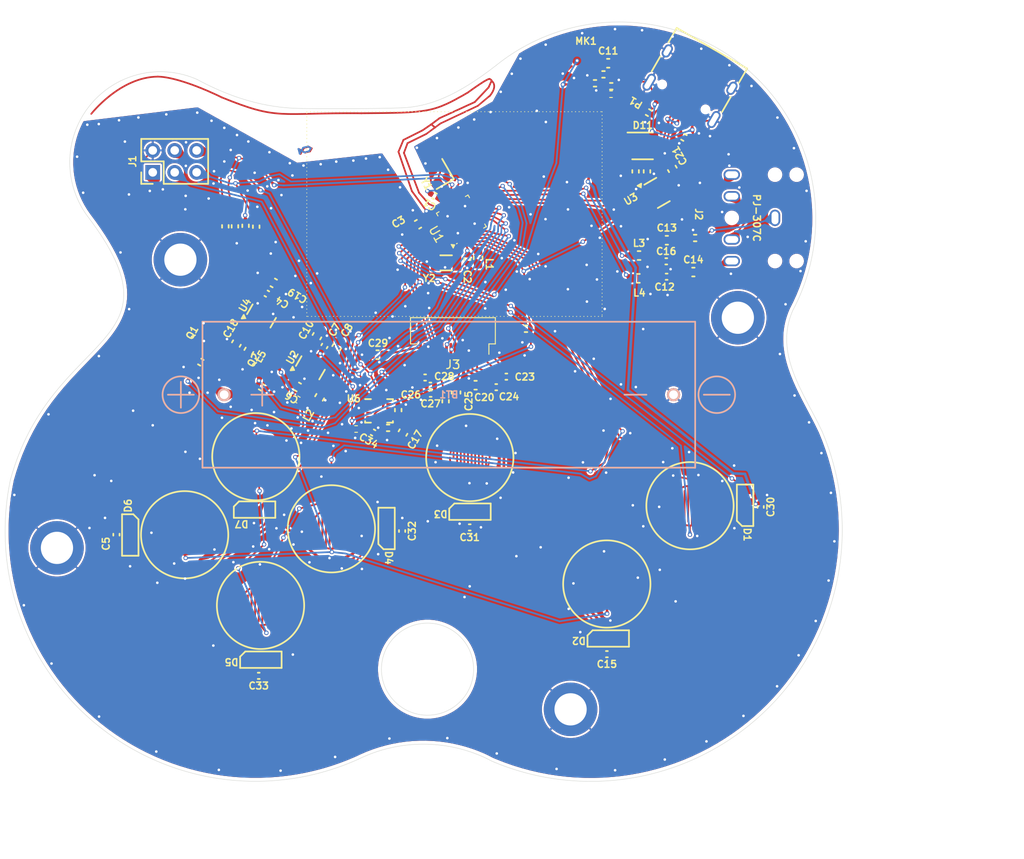
<source format=kicad_pcb>
(kicad_pcb (version 20241229) (generator "pcbnew") (generator_version "9.0")
  (layers (0 "F.Cu" signal) (2 "B.Cu" signal) (13 "F.Paste" user) (15 "B.Paste" user) (5 "F.SilkS" user "F.Silkscreen") (7 "B.SilkS" user "B.Silkscreen") (1 "F.Mask" user) (3 "B.Mask" user) (25 "Edge.Cuts" user))
  (net 0 "")
  (net 1 "GND")
  (net 2 "Net-(U1-VINTA)")
  (net 3 "VCIA")
  (net 4 "Net-(U6-CS)")
  (net 5 "BATT")
  (net 6 "+2V2")
  (net 7 "Net-(C11-Pad1)")
  (net 8 "Net-(C12-Pad1)")
  (net 9 "Net-(C13-Pad1)")
  (net 10 "Net-(C13-Pad2)")
  (net 11 "Net-(C14-Pad2)")
  (net 12 "Net-(U6-VDD)")
  (net 13 "Net-(U1-VSW)")
  (net 14 "BATTMID22")
  (net 15 "AUDIOP")
  (net 16 "AUDIOM")
  (net 17 "BATTMID33")
  (net 18 "B0")
  (net 19 "B2")
  (net 20 "BARA")
  (net 21 "B1")
  (net 22 "BARB")
  (net 23 "Net-(U1-A10)")
  (net 24 "VBUS")
  (net 25 "Net-(U1-X32MI)")
  (net 26 "Net-(U1-X32MO)")
  (net 27 "Net-(R17-Pad1)")
  (net 28 "Net-(U1-PA11)")
  (net 29 "MIC")
  (net 30 "Net-(D1-OUT)")
  (net 31 "LED")
  (net 32 "Net-(D2-OUT)")
  (net 33 "Net-(D3-OUT)")
  (net 34 "Net-(D4-OUT)")
  (net 35 "Net-(D5-OUT)")
  (net 36 "Net-(J3-Pin_1)")
  (net 37 "Net-(P1-DP1)")
  (net 38 "Net-(P1-DN1)")
  (net 39 "SAOG1")
  (net 40 "SDA_SAO")
  (net 41 "SCL_SAO")
  (net 42 "Net-(J2-Pad1)")
  (net 43 "Net-(J2-Pad3)")
  (net 44 "CC1")
  (net 47 "CC2")
  (net 48 "USB_D+")
  (net 49 "USB_D-")
  (net 56 "OLEDDC")
  (net 57 "BATTLX22")
  (net 58 "PGM_TCK")
  (net 59 "OLEDMOSI")
  (net 60 "OLEDRST")
  (net 61 "PGM_TIO")
  (net 62 "OLEDCS")
  (net 63 "OLEDSCK")
  (net 64 "+3V3")
  (net 65 "Net-(J3-Pin_2)")
  (net 66 "BATTLX33")
  (net 67 "SAOG2")
  (net 68 "Net-(J3-Pin_3)")
  (net 69 "Net-(J3-Pin_4)")
  (net 70 "Net-(J3-Pin_7)")
  (net 71 "Net-(J3-Pin_14)")
  (net 72 "Net-(J3-Pin_15)")
  (net 73 "Net-(D6-OUT)")
  (net 75 "Net-(J3-Pin_13)")
  (footprint "Capacitor_SMD:C_0402_1005Metric" (layer "F.Cu") (at 126.2 99.36)
    (property "Reference" "C12")
    (property "Value" "1μF")
  )
  (footprint "cnhardware:R_0402_1005Metric_COMPACT" (layer "F.Cu") (at 78.72 93.57 90)
    (property "Reference" "R12" (hide yes))
    (property "Value" "5.1kΩ" (hide yes))
  )
  (footprint "cnhardware:R_0402_1005Metric_COMPACT" (layer "F.Cu") (at 100.63 113.78 -90)
    (property "Reference" "R16" (hide yes))
    (property "Value" "560kΩ" (hide yes))
  )
  (footprint "Capacitor_SMD:C_0402_1005Metric" (layer "F.Cu") (at 119.290337 143.054768 180)
    (property "Reference" "C15")
    (property "Value" "1μF")
  )
  (footprint "cnhardware:R_0402_1005Metric_COMPACT" (layer "F.Cu") (at 124.108327 80.365 -30)
    (property "Reference" "R27" (hide yes))
    (property "Value" "5.1kΩ" (hide yes))
  )
  (footprint "Inductor_SMD:L_0603_1608Metric" (layer "F.Cu") (at 122.9325 99.55)
    (property "Reference" "L4")
    (property "Value" "10uH")
  )
  (footprint "cnhardware:R_0402_1005Metric_COMPACT" (layer "F.Cu") (at 90.28 116.99)
    (property "Reference" "R9" (hide yes))
    (property "Value" "IMUSHUNT" (hide yes))
  )
  (footprint "Swadge_Parts:SK6812_SIDE_2" (layer "F.Cu") (at 119.445 141.49 180)
    (property "Reference" "D2")
    (property "Value" "SK6812-SIDE-A")
  )
  (footprint "cnhardware:R_0402_1005Metric_COMPACT" (layer "F.Cu") (at 76.26 93.53 90)
    (property "Reference" "R11" (hide yes))
    (property "Value" "5.1kΩ" (hide yes))
  )
  (footprint "Package_TO_SOT_SMD:SOT-23" (layer "F.Cu") (at 84.987724 109.905096 60)
    (property "Reference" "U2")
    (property "Value" "SM5701_2.2V")
  )
  (footprint "cnhardware:BTC007_Button_Silicone" (layer "F.Cu") (at 78.68 120.195)
    (property "Reference" "SW1" (hide yes))
    (property "Value" "TS-1187A-B-A-B" (hide yes))
  )
  (footprint "cnhardware:SMTSO20xx" (layer "F.Cu") (at 115.09 149.44)
    (property "Reference" "J6" (hide yes))
    (property "Value" "MOUNT")
  )
  (footprint "Inductor_SMD:L_0603_1608Metric" (layer "F.Cu") (at 77.87 107.96 60)
    (property "Reference" "L5")
    (property "Value" "10uH")
  )
  (footprint "Capacitor_SMD:C_0402_1005Metric" (layer "F.Cu") (at 137.08 126.01 -90)
    (property "Reference" "C30")
    (property "Value" "1μF")
  )
  (footprint "Swadge_Parts:PinHeader_2x03_P2.54mm_Vertical" (layer "F.Cu") (at 66.75 87.28 90)
    (property "Reference" "J1")
    (property "Value" "SAO")
  )
  (footprint "Swadge_Parts:LGA-14_3x2.5mm_P0.5mm_LayoutBorder3x4y" (layer "F.Cu") (at 92.9275 114.89)
    (property "Reference" "U6")
    (property "Value" "LSM6DSL")
  )
  (footprint "Swadge_Parts:INGHAi_MIC_GMI4013S-2C58DB" (layer "F.Cu") (at 115.845 74.35)
    (property "Reference" "MK1")
    (property "Value" "56db")
  )
  (footprint "Capacitor_SMD:C_0402_1005Metric" (layer "F.Cu") (at 79.95 101.32 150)
    (property "Reference" "C4")
    (property "Value" "1μF")
  )
  (footprint "Inductor_SMD:L_0603_1608Metric" (layer "F.Cu") (at 86.05625 113.321995 60)
    (property "Reference" "L2")
    (property "Value" "10uH")
  )
  (footprint "Capacitor_SMD:C_0402_1005Metric" (layer "F.Cu") (at 106.49 112.15)
    (property "Reference" "C24")
    (property "Value" "1μF")
  )
  (footprint "Capacitor_SMD:C_0402_1005Metric" (layer "F.Cu") (at 107.66 110.93 180)
    (property "Reference" "C23")
    (property "Value" "1μF")
  )
  (footprint "cnhardware:R_0402_1005Metric_COMPACT" (layer "F.Cu") (at 128.2 83.23 150)
    (property "Reference" "R28" (hide yes))
    (property "Value" "5.1kΩ" (hide yes))
  )
  (footprint "Capacitor_SMD:C_0603_1608Metric" (layer "F.Cu") (at 88.02875 107.533165 60)
    (property "Reference" "C8")
    (property "Value" "10μF")
  )
  (footprint "Capacitor_SMD:C_0402_1005Metric" (layer "F.Cu") (at 103.15 97.33 -90)
    (property "Reference" "C2")
    (property "Value" "100nF")
  )
  (footprint "Package_TO_SOT_SMD:SOT-23-3" (layer "F.Cu") (at 125.094896 89.65875 30)
    (property "Reference" "U3")
    (property "Value" "XC6206PxxxMR")
  )
  (footprint "cnhardware:R_0402_1005Metric_COMPACT" (layer "F.Cu") (at 83.48 113.57 150)
    (property "Reference" "R10" (hide yes))
    (property "Value" "560kΩ" (hide yes))
  )
  (footprint "Capacitor_SMD:C_0402_1005Metric" (layer "F.Cu") (at 92.24 117.4 150)
    (property "Reference" "C34")
    (property "Value" "1μF")
  )
  (footprint "Capacitor_SMD:C_0402_1005Metric" (layer "F.Cu") (at 62.55 129.22 90)
    (property "Reference" "C5")
    (property "Value" "1μF")
  )
  (footprint "Swadge_Parts:SOT-23" (layer "F.Cu") (at 80.57 110.28 60)
    (property "Reference" "Q2")
    (property "Value" "PMOS")
  )
  (footprint "Capacitor_SMD:C_0603_1608Metric" (layer "F.Cu") (at 92.755 108.39 180)
    (property "Reference" "C29")
    (property "Value" "10μF")
  )
  (footprint "Capacitor_SMD:C_0603_1608Metric" (layer "F.Cu") (at 95.7025 117.40117 60)
    (property "Reference" "C17")
    (property "Value" "10μF")
  )
  (footprint "Swadge_Parts:SK6812_SIDE_2" (layer "F.Cu") (at 94.05 128.505 -90)
    (property "Reference" "D4")
    (property "Value" "SK6812-SIDE-A")
  )
  (footprint "Capacitor_SMD:C_0402_1005Metric" (layer "F.Cu") (at 98.87 111.97 180)
    (property "Reference" "C26")
    (property "Value" "1μF")
  )
  (footprint "Capacitor_SMD:C_0603_1608Metric" (layer "F.Cu") (at 101.84 112.76 -90)
    (property "Reference" "C25")
    (property "Value" "10μF")
  )
  (footprint "cnhardware:BTC007_Button_Silicone" (layer "F.Cu") (at 103.43 120.3)
    (property "Reference" "SW7" (hide yes))
    (property "Value" "TS-1187A-B-A-B" (hide yes))
  )
  (footprint "Capacitor_SMD:C_0402_1005Metric" (layer "F.Cu") (at 98.9 112.9 180)
    (property "Reference" "C27")
    (property "Value" "1μF")
  )
  (footprint "Package_TO_SOT_SMD:SOT-23" (layer "F.Cu") (at 79.333482 103.906043 60)
    (property "Reference" "U4")
    (property "Value" "XT1861B332MR-G")
  )
  (footprint "Package_DFN_QFN:VQFN-32-1EP_4x4mm_P0.4mm_EP2.8x2.8mm" (layer "F.Cu") (at 102.451225 92.789455 120)
    (property "Reference" "U1")
    (property "Value" "CH584F")
  )
  (footprint "Capacitor_SMD:C_0402_1005Metric" (layer "F.Cu") (at 98.26 111.03 180)
    (property "Reference" "C28")
    (property "Value" "1μF")
  )
  (footprint "Capacitor_SMD:C_0603_1608Metric" (layer "F.Cu") (at 80.75 100.08 150)
    (property "Reference" "C19")
    (property "Value" "10μF")
  )
  (footprint "Swadge_Parts:SK6812_SIDE_2" (layer "F.Cu") (at 79.26 143.945 180)
    (property "Reference" "D5")
    (property "Value" "SK6812-SIDE-A")
  )
  (footprint "Swadge_Parts:SK6812_SIDE_2" (layer "F.Cu") (at 63.9 129.26 90)
    (property "Reference" "D6")
    (property "Value" "SK6812-SIDE-A")
  )
  (footprint "Capacitor_SMD:C_0402_1005Metric" (layer "F.Cu") (at 126.16 97.58)
    (property "Reference" "C16")
    (property "Value" "1μF")
  )
  (footprint "cnhardware:SMTSO20xx" (layer "F.Cu") (at 55.67 130.75)
    (property "Reference" "J7" (hide yes))
    (property "Value" "MOUNT")
  )
  (footprint "Swadge_Parts:SOT-143" (layer "F.Cu") (at 123.42 84.22)
    (property "Reference" "D11")
    (property "Value" "SP0503BAHT")
  )
  (footprint "Capacitor_SMD:C_0402_1005Metric" (layer "F.Cu") (at 103.42 128.38 180)
    (property "Reference" "C31")
    (property "Value" "1μF")
  )
  (footprint "Capacitor_SMD:C_0603_1608Metric" (layer "F.Cu") (at 129.295 98.82)
    (property "Reference" "C14")
    (property "Value" "10μF")
  )
  (footprint "cnhardware:R_0402_1005Metric_COMPACT" (layer "F.Cu") (at 129.5 94.88 180)
    (property "Reference" "R3" (hide yes))
    (property "Value" "33Ω" (hide yes))
  )
  (footprint "cnhardware:R_0402_1005Metric_COMPACT" (layer "F.Cu") (at 123.93 87.17 90)
    (property "Reference" "R13" (hide yes))
    (property "Value" "33Ω" (hide yes))
  )
  (footprint "cnhardware:FPC-16-P0.50mm-HC-FPC-05-09-16RLTAG-TOP-AND-BOTTOM" (layer "F.Cu") (at 101.48 105.84 180)
    (property "Reference" "J3")
    (property "Value" "RB130-2864KSWXG22")
  )
  (footprint "cnhardware:SMTSO20xx" (layer "F.Cu") (at 69.95 97.39)
    (property "Reference" "J5" (hide yes))
    (property "Value" "MOUNT")
  )
  (footprint "Capacitor_SMD:C_0603_1608Metric" (layer "F.Cu") (at 76.427989 107.098506 60)
    (property "Reference" "C18")
    (property "Value" "10μF")
  )
  (footprint "Capacitor_SMD:C_0603_1608Metric" (layer "F.Cu") (at 119.445 74.65)
    (property "Reference" "C11")
    (property "Value" "10μF")
  )
  (footprint "cnhardware:BTC007_Button_Silicone" (layer "F.Cu") (at 79.22 137.41)
    (property "Reference" "SW3" (hide yes))
    (property "Value" "TS-1187A-B-A-B" (hide yes))
  )
  (footprint "Capacitor_SMD:C_0603_1608Metric" (layer "F.Cu") (at 85.74875 106.243165 60)
    (property "Reference" "C10")
    (property "Value" "10μF")
  )
  (footprint "cnhardware:BTC007_Button_Silicone" (layer "F.Cu") (at 70.44 129.23)
    (property "Reference" "SW4" (hide yes))
    (property "Value" "TS-1187A-B-A-B" (hide yes))
  )
  (footprint "Swadge_Parts:USB_C_Receptacle_HRO_TYPE-C-31-M-12" (layer "F.Cu") (at 129.492813 76.293334 150)
    (property "Reference" "P1")
    (property "Value" "USB_C_Plug_USB2.0")
  )
  (footprint "cnhardware:R_0402_1005Metric_COMPACT" (layer "F.Cu") (at 75.15 93.53 90)
    (property "Reference" "R8" (hide yes))
    (property "Value" "5.1kΩ" (hide yes))
  )
  (footprint "Swadge_Parts:SK6812_SIDE_2" (layer "F.Cu") (at 135.53 125.82 -90)
    (property "Reference" "D1")
    (property "Value" "SK6812-SIDE-A")
  )
  (footprint "Capacitor_SMD:C_0603_1608Metric" (layer "F.Cu") (at 97.44 93.29 -150)
    (property "Reference" "C3")
    (property "Value" "10μF")
  )
  (footprint "cnhardware:BTC007_Button_Silicone" (layer "F.Cu") (at 119.28 134.93)
    (property "Reference" "SW5" (hide yes))
    (property "Value" "TS-1187A-B-A-B" (hide yes))
  )
  (footprint "Swadge_Parts:SK6812_SIDE_2" (layer "F.Cu") (at 103.45 126.81 180)
    (property "Reference" "D3")
    (property "Value" "SK6812-SIDE-A")
  )
  (footprint "cnhardware:R_0402_1005Metric_COMPACT" (layer "F.Cu") (at 119.77 78.23 180)
    (property "Reference" "R17" (hide yes))
    (property "Value" "MICSHUNT" (hide yes))
  )
  (footprint "Crystal:Crystal_SMD_2016-4Pin_2.0x1.6mm" (layer "F.Cu") (at 99.913686 87.468782 120)
    (property "Reference" "Y1")
    (property "Value" "32MHz")
  )
  (footprint "Capacitor_SMD:C_0402_1005Metric" (layer "F.Cu") (at 95.6 128.8 -90)
    (property "Reference" "C32")
    (property "Value" "1μF")
  )
  (footprint "Inductor_SMD:L_0603_1608Metric" (layer "F.Cu") (at 123.0125 96.91)
    (property "Reference" "L3")
    (property "Value" "10uH")
  )
  (footprint "Capacitor_SMD:C_0603_1608Metric" (layer "F.Cu") (at 104.1 111.92 180)
    (property "Reference" "C20")
    (property "Value" "10μF")
  )
  (footprint "cnhardware:R_0402_1005Metric_COMPACT" (layer "F.Cu") (at 95.15 114.8 -90)
    (property "Reference" "R6" (hide yes))
    (property "Value" "33Ω" (hide yes))
  )
  (footprint "cnhardware:BTC007_Button_Silicone" (layer "F.Cu") (at 128.905 125.8684)
    (property "Reference" "SW2" (hide yes))
    (property "Value" "TS-1187A-B-A-B" (hide yes))
  )
  (footprint "cnhardware:R_0402_1005Metric_COMPACT" (layer "F.Cu") (at 77.49 93.47 90)
    (property "Reference" "R7" (hide yes))
    (property "Value" "5.1kΩ" (hide yes))
  )
  (footprint "cnhardware:R_0402_1005Metric_COMPACT" (layer "F.Cu") (at 109.93 105.39)
    (property "Reference" "R15" (hide yes))
    (property "Value" "OLEDSHUNT" (hide yes))
  )
  (footprint "Capacitor_SMD:C_0402_1005Metric" (layer "F.Cu") (at 99.35 90.01 150)
    (property "Reference" "C1")
    (property "Value" "1μF")
  )
  (footprint "cnhardware:R_0402_1005Metric_COMPACT" (layer "F.Cu") (at 93.98 116.86)
    (property "Reference" "C22" (hide yes))
    (property "Value" "4.7nF" (hide yes))
  )
  (footprint "Crystal:Crystal_SMD_3215-2Pin_3.2x1.5mm" (layer "F.Cu") (at 100.69145 97.75823)
    (property "Reference" "Y2")
    (property "Value" "32.768kHz")
  )
  (footprint "Capacitor_SMD:C_0603_1608Metric" (layer "F.Cu") (at 83.53 112.12 150)
    (property "Reference" "C6")
    (property "Value" "10μF")
  )
  (footprint "cnhardware:R_0402_1005Metric_COMPACT" (layer "F.Cu") (at 122.61 87.17 90)
    (property "Reference" "R14" (hide yes))
    (property "Value" "33Ω" (hide yes))
  )
  (footprint "Inductor_SMD:L_0603_1608Metric" (layer "F.Cu") (at 104.394 97.1804 90)
    (property "Reference" "L1")
    (property "Value" "10uH")
  )
  (footprint "Capacitor_SMD:C_0603_1608Metric" (layer "F.Cu") (at 126.86 86.88 120)
    (property "Reference" "C21")
    (property "Value" "10μF")
  )
  (footprint "cnhardware:R_0402_1005Metric_COMPACT" (layer "F.Cu") (at 117.915 76.97 180)
    (property "Reference" "C9" (hide yes))
    (property "Value" "4.7nF" (hide yes))
  )
  (footprint "cnhardware:R_0402_1005Metric_COMPACT" (layer "F.Cu") (at 72.31 109.25 150)
    (property "Reference" "R4" (hide yes))
    (property "Value" "1MΩ" (hide yes))
  )
  (footprint "cnhardware:R_0402_1005Metric_COMPACT" (layer "F.Cu") (at 118.895 75.94)
    (property "Reference" "R1" (hide yes))
    (property "Value" "5.1kΩ" (hide yes))
  )
  (footprint "Swadge_Parts:SK6812_SIDE_2" (layer "F.Cu") (at 78.53 126.57 180)
    (property "Reference" "D7")
    (property "Value" "SK6812-SIDE-A")
  )
  (footprint "Capacitor_SMD:C_0603_1608Metric" (layer "F.Cu") (at 126.225 95.14)
    (property "Reference" "C13")
    (property "Value" "10μF")
  )
  (footprint "Swadge_Parts:SOT-23" (layer "F.Cu") (at 73.43 107.346025 60)
    (property "Reference" "Q1")
    (property "Value" "PMOS")
  )
  (footprint "cnhardware:R_0402_1005Metric_COMPACT" (layer "F.Cu") (at 79.34 112.14 150)
    (property "Reference" "R5" (hide yes))
    (property "Value" "1MΩ" (hide yes))
  )
  (footprint "cnhardware:R_0402_1005Metric_COMPACT" (layer "F.Cu") (at 119.795 77.31)
    (property "Reference" "R2" (hide yes))
    (property "Value" "33Ω" (hide yes))
  )
  (footprint "Capacitor_SMD:C_0402_1005Metric" (layer "F.Cu") (at 79.01 145.56 180)
    (property "Reference" "C33")
    (property "Value" "1μF")
  )
  (footprint "Capacitor_SMD:C_0402_1005Metric" (layer "F.Cu") (at 86.616378 107.384185 60)
    (property "Reference" "C7")
    (property "Value" "100nF")
  )
  (footprint "cnhardware:BTC007_Button_Silicone" (layer "F.Cu") (at 87.42 128.545)
    (property "Reference" "SW6" (hide yes))
    (property "Value" "TS-1187A-B-A-B" (hide yes))
  )
  (footprint "Swadge_Parts:PJ-307C" (layer "F.Cu") (at 138.74 92.55 -90)
    (property "Reference" "J2")
    (property "Value" "PJ-307C")
  )
  (footprint "cnhardware:SMTSO20xx" (layer "F.Cu") (at 134.44 104.11)
    (property "Reference" "J4" (hide yes))
    (property "Value" "MOUNT")
  )
  (footprint "Swadge_Parts:2460" (layer "B.Cu") (at 101.005 113.02 180)
    (property "Reference" "BT1")
    (property "Value" "Battery" (hide yes))
  )
  (gr_line (start 83.85359 85.14641) (end 84.25359 84.45359) (stroke (width 0.2)) (layer "F.Cu"))
  (gr_curve (pts (xy 67.34 76.2) (xy 62.97 76.23) (xy 59.64 80.51) (xy 59.64 80.51)) (stroke (width 0.2)) (layer "F.Cu") (net 1))
  (gr_line (start 84.8 84.30718) (end 85.14641 84.50718) (stroke (width 0.2)) (layer "F.Cu"))
  (gr_curve (pts (xy 105.76 76.49) (xy 105.79 76.51) (xy 105.98 76.58) (xy 105.95 76.69)) (stroke (width 0.2)) (layer "F.Cu") (net 1))
  (gr_line (start 84.4 85) (end 83.70718 84.6) (stroke (width 0.2)) (layer "F.Cu"))
  (gr_line (start 83.70718 84.6) (end 83.85359 85.14641) (stroke (width 0.2)) (layer "F.Cu"))
  (gr_curve (pts (xy 103.16 78.07) (xy 105.79 76.16) (xy 105.73 76.47) (xy 105.76 76.49)) (stroke (width 0.2)) (layer "F.Cu") (net 1))
  (gr_curve (pts (xy 74.73 78.6) (xy 71.76 77.15) (xy 68.9 76.21) (xy 67.34 76.2)) (stroke (width 0.2)) (layer "F.Cu") (net 1))
  (gr_line (start 84.94641 84.85359) (end 84.4 85) (stroke (width 0.2)) (layer "F.Cu"))
  (gr_curve (pts (xy 105.95 76.69) (xy 106.41 77.04) (xy 106.37 77.69) (xy 105.71 78.47)) (stroke (width 0.2)) (layer "F.Cu") (net 1))
  (gr_line (start 85.14641 84.50718) (end 84.94641 84.85359) (stroke (width 0.2)) (layer "F.Cu"))
  (gr_curve (pts (xy 103.16 78.07) (xy 99.16 80.37) (xy 98.72 80.38) (xy 90.9 80.44)) (stroke (width 0.2)) (layer "F.Cu") (net 1))
  (gr_curve (pts (xy 90.9 80.44) (xy 81.22 80.36) (xy 81.34 81.29) (xy 74.73 78.6)) (stroke (width 0.2)) (layer "F.Cu") (net 1))
  (gr_line (start 84.25359 84.45359) (end 84.8 84.30718) (stroke (width 0.2)) (layer "F.Cu"))
  (gr_line (start 84.7 84.280385) (end 84.15359 84.426795) (stroke (width 0.2)) (layer "B.Cu"))
  (gr_line (start 84.15359 84.426795) (end 83.75359 85.119615) (stroke (width 0.2)) (layer "B.Cu"))
  (gr_line (start 83.60718 84.573205) (end 84.3 84.973205) (stroke (width 0.2)) (layer "B.Cu"))
  (gr_line (start 84.84641 84.826795) (end 85.04641 84.480385) (stroke (width 0.2)) (layer "B.Cu"))
  (gr_line (start 85.04641 84.480385) (end 84.7 84.280385) (stroke (width 0.2)) (layer "B.Cu"))
  (gr_line (start 83.75359 85.119615) (end 83.60718 84.573205) (stroke (width 0.2)) (layer "B.Cu"))
  (gr_line (start 84.3 84.973205) (end 84.84641 84.826795) (stroke (width 0.2)) (layer "B.Cu"))
  (gr_rect (start 84.57 80.26) (end 118.74 103.96) (stroke (width 0.1) (type dot)) (fill no) (layer "F.SilkS"))
  (gr_curve (pts (xy 84.03 79.89) (xy 81.94 79.85) (xy 77.67 79.660002) (xy 71.89 76.530001)) (stroke (width 0.05)) (layer "Edge.Cuts"))
  (gr_curve (pts (xy 106.25 155.549994) (xy 105.78 155.35) (xy 105.89 155.383823) (xy 105.39 155.13)) (stroke (width 0.05)) (layer "Edge.Cuts"))
  (gr_arc (start 144.167516 117.21677) (mid 138.1082 149.142935) (end 106.25 155.55) (stroke (width 0.05)) (layer "Edge.Cuts"))
  (gr_curve (pts (xy 95.59 79.81) (xy 92.49 79.93) (xy 86.12 79.93) (xy 84.03 79.89)) (stroke (width 0.05)) (layer "Edge.Cuts"))
  (gr_circle (center 98.54 144.789663) (end 103.838909 145.367643) (stroke (width 0.05)) (fill no) (layer "Edge.Cuts"))
  (gr_curve (pts (xy 144.167516 117.21677) (xy 142.13 112.86) (xy 138.58 108.31) (xy 140.790752 103.276366)) (stroke (width 0.05)) (layer "Edge.Cuts"))
  (gr_arc (start 106.54 74.85) (mid 135.243132 75.113217) (end 140.790752 103.276366) (stroke (width 0.05)) (layer "Edge.Cuts"))
  (gr_curve (pts (xy 50.287597 122.854175) (xy 55.08 105.46) (xy 70.83 107.69) (xy 59.211978 92.364922)) (stroke (width 0.05)) (layer "Edge.Cuts"))
  (gr_arc (start 90.540863 155.21176) (mid 60.490162 151.37864) (end 50.287597 122.854176) (stroke (width 0.05)) (layer "Edge.Cuts"))
  (gr_arc (start 90.540863 155.21176) (mid 97.956069 153.470493) (end 105.39 155.13) (stroke (width 0.05)) (layer "Edge.Cuts"))
  (gr_arc (start 59.211978 92.364922) (mid 59.451584 79.564052) (end 71.89 76.53) (stroke (width 0.05)) (layer "Edge.Cuts"))
  (gr_curve (pts (xy 106.54 74.850001) (xy 101.95 78.44) (xy 98.69 79.69) (xy 95.59 79.81)) (stroke (width 0.05)) (layer "Edge.Cuts"))
  (segment (start 79.534308 101.08) (end 78.8918 102.4418) (width 0.19) (layer "F.Cu") (net 1))
  (segment (start 98.98 81.72) (end 99.407596 82.087596) (width 0.2) (layer "F.Cu") (net 1))
  (segment (start 98.72 90.96) (end 97.56 89.65) (width 0.2) (layer "F.Cu") (net 1))
  (segment (start 99.787372 88.35) (end 99.86 87.56) (width 0.2) (layer "F.Cu") (net 1))
  (segment (start 99.99 87.34) (end 100.04 86.587564) (width 0.2) (layer "F.Cu") (net 1))
  (segment (start 79.534308 101.08) (end 80.07883 99.6925) (width 0.19) (layer "F.Cu") (net 1))
  (segment (start 103.43 122.6) (end 103.39 123.26) (width 0.2) (layer "F.Cu") (net 1))
  (segment (start 100.245039 91.76823) (end 100.03 91.42) (width 0.2) (layer "F.Cu") (net 1))
  (segment (start 101.85 126.875) (end 102.250548 127.95) (width 0.19) (layer "F.Cu") (net 1))
  (segment (start 99.73 91.38) (end 98.72 90.96) (width 0.2) (layer "F.Cu") (net 1))
  (segment (start 78.891614 98.918386) (end 80.07883 99.6925) (width 0.19) (layer "F.Cu") (net 1))
  (segment (start 65.29 86.23) (end 65.16 90.36) (width 0.19) (layer "F.Cu") (net 1))
  (segment (start 98.98 81.72) (end 99.93 81.01) (width 0.2) (layer "F.Cu") (net 1))
  (segment (start 78.8918 102.4418) (end 78.042008 104.242942) (width 0.19) (layer "F.Cu") (net 1))
  (segment (start 97.56 89.65) (end 95.81 85.03) (width 0.2) (layer "F.Cu") (net 1))
  (segment (start 96.73 89.45) (end 95.18 84.9) (width 0.2) (layer "F.Cu") (net 1))
  (segment (start 100.04 81.62) (end 99.407596 82.087596) (width 0.19) (layer "F.Cu") (net 1))
  (segment (start 95.75 83.53) (end 97.96 82.42) (width 0.2) (layer "F.Cu") (net 1))
  (segment (start 95.18 84.9) (end 95.75 83.53) (width 0.2) (layer "F.Cu") (net 1))
  (segment (start 99.787372 88.35) (end 100.18 88.92) (width 0.2) (layer "F.Cu") (net 1))
  (segment (start 96.23 83.9) (end 98.39 82.84) (width 0.2) (layer "F.Cu") (net 1))
  (segment (start 104.36 79.58) (end 100.04 81.62) (width 0.19) (layer "F.Cu") (net 1))
  (segment (start 120.22 74.65) (end 121.195 74.722501) (width 0.19) (layer "F.Cu") (net 1))
  (segment (start 99.42 99.31) (end 98.66 100.11) (width 0.2) (layer "F.Cu") (net 1))
  (segment (start 104.01 79.14) (end 105.6 77.45) (width 0.2) (layer "F.Cu") (net 1))
  (segment (start 95.6 129.28) (end 94.125 130.305) (width 0.19) (layer "F.Cu") (net 1))
  (segment (start 100.03 91.42) (end 99.73 91.38) (width 0.2) (layer "F.Cu") (net 1))
  (segment (start 105.23 99.98) (end 107.59 100.87) (width 0.2) (layer "F.Cu") (net 1))
  (segment (start 103.13 98.35) (end 105.23 99.98) (width 0.2) (layer "F.Cu") (net 1))
  (segment (start 102.75 108.26) (end 102.89 108.04) (width 0.2) (layer "F.Cu") (net 1))
  (segment (start 102.89 108.04) (end 103.32 107.91) (width 0.2) (layer "F.Cu") (net 1))
  (segment (start 98.42 91.77) (end 96.73 89.45) (width 0.2) (layer "F.Cu") (net 1))
  (segment (start 122.32 83.45) (end 123.666654 80.11) (width 0.19) (layer "F.Cu") (net 1))
  (segment (start 99.86 87.56) (end 99.99 87.34) (width 0.2) (layer "F.Cu") (net 1))
  (segment (start 98.39 82.84) (end 99.407596 82.087596) (width 0.19) (layer "F.Cu") (net 1))
  (segment (start 103.15 97.81) (end 103.13 98.35) (width 0.2) (layer "F.Cu") (net 1))
  (segment (start 130.284896 81.421407) (end 131.669042 81.163994) (width 0.19) (layer "F.Cu") (net 1))
  (segment (start 105.69 78.46) (end 104.36 79.58) (width 0.19) (layer "F.Cu") (net 1))
  (segment (start 66.75 84.74) (end 65.29 86.23) (width 0.19) (layer "F.Cu") (net 1))
  (segment (start 114.72 74.35) (end 112.375 74.48) (width 0.19) (layer "F.Cu") (net 1))
  (segment (start 102.451225 92.789455) (end 100.86 92.36) (width 0.2) (layer "F.Cu") (net 1))
  (segment (start 123.666654 80.11) (end 124.65573 78.171407) (width 0.19) (layer "F.Cu") (net 1))
  (segment (start 102.74 109.030001) (end 102.75 108.26) (width 0.2) (layer "F.Cu") (net 1))
  (segment (start 100.72 98.8) (end 100.57 98.28) (width 0.2) (layer "F.Cu") (net 1))
  (segment (start 100.72 98.8) (end 99.42 99.31) (width 0.2) (layer "F.Cu") (net 1))
  (segment (start 103.13 98.35) (end 102.51 99.32) (width 0.2) (layer "F.Cu") (net 1))
  (segment (start 126.64 97.58) (end 126.68 99.36) (width 0.19) (layer "F.Cu") (net 1))
  (segment (start 102.51 99.32) (end 100.72 98.8) (width 0.2) (layer "F.Cu") (net 1))
  (segment (start 124.65573 78.171407) (end 124.186583 76.843994) (width 0.19) (layer "F.Cu") (net 1))
  (segment (start 105.6 77.45) (end 105.95 76.69) (width 0.2) (layer "F.Cu") (net 1))
  (segment (start 97.96 82.42) (end 98.98 81.72) (width 0.2) (layer "F.Cu") (net 1))
  (segment (start 92.735692 117.54) (end 92.83 116.84) (width 0.2) (layer "F.Cu") (net 1))
  (segment (start 98.934308 89.77) (end 98.52 89.44) (width 0.2) (layer "F.Cu") (net 1))
  (segment (start 65.16 90.36) (end 78.891614 98.918386) (width 0.19) (layer "F.Cu") (net 1))
  (segment (start 95.81 85.03) (end 96.23 83.9) (width 0.2) (layer "F.Cu") (net 1))
  (segment (start 120.67 76.582501) (end 124.186583 76.843994) (width 0.19) (layer "F.Cu") (net 1))
  (segment (start 99.93 81.01) (end 104.01 79.14) (width 0.2) (layer "F.Cu") (net 1))
  (segment (start 118.425 76.97) (end 118.055 77.8) (width 0.19) (layer "F.Cu") (net 1))
  (via (at 83.67 97.52) (size 0.5) (drill 0.3) (layers "F.Cu" "B.Cu") (net 1))
  (via (at 129.26 93.95) (size 0.5) (drill 0.3) (layers "F.Cu" "B.Cu") (net 1))
  (via (at 80.41 96.68) (size 0.5) (drill 0.3) (layers "F.Cu" "B.Cu") (net 1))
  (via (at 111.99 87.77) (size 0.5) (drill 0.3) (layers "F.Cu" "B.Cu") (net 1))
  (via (at 135.09 150.2) (size 0.5) (drill 0.3) (layers "F.Cu" "B.Cu") (net 1))
  (via (at 93.77 112.48) (size 0.5) (drill 0.3) (layers "F.Cu" "B.Cu") (net 1))
  (via (at 127.66 83.92) (size 0.5) (drill 0.3) (layers "F.Cu" "B.Cu") (net 1))
  (via (at 125.8 120.82) (size 0.5) (drill 0.3) (layers "F.Cu" "B.Cu") (net 1))
  (via (at 76.47 95.49) (size 0.5) (drill 0.3) (layers "F.Cu" "B.Cu") (net 1))
  (via (at 114.79 91.57) (size 0.5) (drill 0.3) (layers "F.Cu" "B.Cu") (net 1))
  (via (at 133.46 86.51) (size 0.5) (drill 0.3) (layers "F.Cu" "B.Cu") (net 1))
  (via (at 98.61 101.26) (size 0.5) (drill 0.3) (layers "F.Cu" "B.Cu") (net 1))
  (via (at 89.85 111) (size 0.5) (drill 0.3) (layers "F.Cu" "B.Cu") (net 1))
  (via (at 112.2 98.16) (size 0.5) (drill 0.3) (layers "F.Cu" "B.Cu") (net 1))
  (via (at 126.31 101.48) (size 0.5) (drill 0.3) (layers "F.Cu" "B.Cu") (net 1))
  (via (at 145.61 129.99) (size 0.5) (drill 0.3) (layers "F.Cu" "B.Cu") (net 1))
  (via (at 120.67 76.582501) (size 0.5) (drill 0.3) (layers "F.Cu" "B.Cu") (net 1))
  (via (at 81.95 126.92) (size 0.5) (drill 0.3) (layers "F.Cu" "B.Cu") (net 1))
  (via (at 73.89 130.94) (size 0.5) (drill 0.3) (layers "F.Cu" "B.Cu") (net 1))
  (via (at 87.63 110.77) (size 0.5) (drill 0.3) (layers "F.Cu" "B.Cu") (net 1))
  (via (at 60.51 81.69) (size 0.5) (drill 0.3) (layers "F.Cu" "B.Cu") (net 1))
  (via (at 84.03 102.86) (size 0.5) (drill 0.3) (layers "F.Cu" "B.Cu") (net 1))
  (via (at 78.891614 98.918386) (size 0.5) (drill 0.3) (layers "F.Cu" "B.Cu") (net 1))
  (via (at 88.4 113.96) (size 0.5) (drill 0.3) (layers "F.Cu" "B.Cu") (net 1))
  (via (at 125.99 155.25) (size 0.5) (drill 0.3) (layers "F.Cu" "B.Cu") (net 1))
  (via (at 103.94 81.16) (size 0.5) (drill 0.3) (layers "F.Cu" "B.Cu") (net 1))
  (via (at 82.32 113.92) (size 0.5) (drill 0.3) (layers "F.Cu" "B.Cu") (net 1))
  (via (at 54.69 115.29) (size 0.5) (drill 0.3) (layers "F.Cu" "B.Cu") (net 1))
  (via (at 125.41 133.29) (size 0.5) (drill 0.3) (layers "F.Cu" "B.Cu") (net 1))
  (via (at 134.04 128.47) (size 0.5) (drill 0.3) (layers "F.Cu" "B.Cu") (net 1))
  (via (at 103.32 111.13) (size 0.5) (drill 0.3) (layers "F.Cu" "B.Cu") (net 1))
  (via (at 74.45 111.29) (size 0.5) (drill 0.3) (layers "F.Cu" "B.Cu") (net 1))
  (via (at 120.92 111.82) (size 0.5) (drill 0.3) (layers "F.Cu" "B.Cu") (net 1))
  (via (at 78.59 116.31) (size 0.5) (drill 0.3) (layers "F.Cu" "B.Cu") (net 1))
  (via (at 82.61 86.22) (size 0.5) (drill 0.3) (layers "F.Cu" "B.Cu") (net 1))
  (via (at 73.55 81.31) (size 0.5) (drill 0.3) (layers "F.Cu" "B.Cu") (net 1))
  (via (at 88.65 116.44) (size 0.5) (drill 0.3) (layers "F.Cu" "B.Cu") (net 1))
  (via (at 72.63 104.74) (size 0.5) (drill 0.3) (layers "F.Cu" "B.Cu") (net 1))
  (via (at 103.32 107.91) (size 0.5) (drill 0.3) (layers "F.Cu" "B.Cu") (net 1))
  (via (at 107.01 77.96) (size 0.5) (drill 0.3) (layers "F.Cu" "B.Cu") (net 1))
  (via (at 144.11 119.78) (size 0.5) (drill 0.3) (layers "F.Cu" "B.Cu") (net 1))
  (via (at 61.23 127.28) (size 0.5) (drill 0.3) (layers "F.Cu" "B.Cu") (net 1))
  (via (at 112.23 81.45) (size 0.5) (drill 0.3) (layers "F.Cu" "B.Cu") (net 1))
  (via (at 121.99 117.47) (size 0.5) (drill 0.3) (layers "F.Cu" "B.Cu") (net 1))
  (via (at 61.95 123) (size 0.5) (drill 0.3) (layers "F.Cu" "B.Cu") (net 1))
  (via (at 75.77 114.42) (size 0.5) (drill 0.3) (layers "F.Cu" "B.Cu") (net 1))
  (via (at 87.98 86.04) (size 0.5) (drill 0.3) (layers "F.Cu" "B.Cu") (net 1))
  (via (at 87.2 131.93) (size 0.5) (drill 0.3) (layers "F.Cu" "B.Cu") (net 1))
  (via (at 80.44 91.43) (size 0.5) (drill 0.3) (layers "F.Cu" "B.Cu") (net 1))
  (via (at 141.69 98.71) (size 0.5) (drill 0.3) (layers "F.Cu" "B.Cu") (net 1))
  (via (at 102.82 136.44) (size 0.5) (drill 0.3) (layers "F.Cu" "B.Cu") (net 1))
  (via (at 133.37 85.19) (size 0.5) (drill 0.3) (layers "F.Cu" "B.Cu") (net 1))
  (via (at 84.88 132.42) (size 0.5) (drill 0.3) (layers "F.Cu" "B.Cu") (net 1))
  (via (at 73.1 112.79) (size 0.5) (drill 0.3) (layers "F.Cu" "B.Cu") (net 1))
  (via (at 82.22 118.32) (size 0.5) (drill 0.3) (layers "F.Cu" "B.Cu") (net 1))
  (via (at 127.18 82.32) (size 0.5) (drill 0.3) (layers "F.Cu" "B.Cu") (net 1))
  (via (at 67.92 89.25) (size 0.5) (drill 0.3) (layers "F.Cu" "B.Cu") (net 1))
  (via (at 86.9 106.19) (size 0.5) (drill 0.3) (layers "F.Cu" "B.Cu") (net 1))
  (via (at 80.22 130.9) (size 0.5) (drill 0.3) (layers "F.Cu" "B.Cu") (net 1))
  (via (at 125.99 85.08) (size 0.5) (drill 0.3) (layers "F.Cu" "B.Cu") (net 1))
  (via (at 87.85 154.95) (size 0.5) (drill 0.3) (layers "F.Cu" "B.Cu") (net 1))
  (via (at 84 128.88) (size 0.5) (drill 0.3) (layers "F.Cu" "B.Cu") (net 1))
  (via (at 116.21 140.5) (size 0.5) (drill 0.3) (layers "F.Cu" "B.Cu") (net 1))
  (via (at 113.29 105.67) (size 0.5) (drill 0.3) (layers "F.Cu" "B.Cu") (net 1))
  (via (at 130.21 72.97) (size 0.5) (drill 0.3) (layers "F.Cu" "B.Cu") (net 1))
  (via (at 64.48 114.87) (size 0.5) (drill 0.3) (layers "F.Cu" "B.Cu") (net 1))
  (via (at 131.22 83.09) (size 0.5) (drill 0.3) (layers "F.Cu" "B.Cu") (net 1))
  (via (at 145.21 124.38) (size 0.5) (drill 0.3) (layers "F.Cu" "B.Cu") (net 1))
  (via (at 98.52 89.44) (size 0.5) (drill 0.3) (layers "F.Cu" "B.Cu") (net 1))
  (via (at 120.09 91.59) (size 0.5) (drill 0.3) (layers "F.Cu" "B.Cu") (net 1))
  (via (at 106.85 108.16) (size 0.5) (drill 0.3) (layers "F.Cu" "B.Cu") (net 1))
  (via (at 98.57 127.67) (size 0.5) (drill 0.3) (layers "F.Cu" "B.Cu") (net 1))
  (via (at 108.29 75.87) (size 0.5) (drill 0.3) (layers "F.Cu" "B.Cu") (net 1))
  (via (at 80.97 95.35) (size 0.5) (drill 0.3) (layers "F.Cu" "B.Cu") (net 1))
  (via (at 87.65 118.94) (size 0.5) (drill 0.3) (layers "F.Cu" "B.Cu") (net 1))
  (via (at 105.23 99.98) (size 0.5) (drill 0.3) (layers "F.Cu" "B.Cu") (net 1))
  (via (at 63.02 96.55) (size 0.5) (drill 0.3) (layers "F.Cu" "B.Cu") (net 1))
  (via (at 78.37 130.59) (size 0.5) (drill 0.3) (layers "F.Cu" "B.Cu") (net 1))
  (via (at 70.56 90) (size 0.5) (drill 0.3) (layers "F.Cu" "B.Cu") (net 1))
  (via (at 81.76 112.16) (size 0.5) (drill 0.3) (layers "F.Cu" "B.Cu") (net 1))
  (via (at 113.47 156.34) (size 0.5) (drill 0.3) (layers "F.Cu" "B.Cu") (net 1))
  (via (at 80.52 110.38) (size 0.5) (drill 0.3) (layers "F.Cu" "B.Cu") (net 1))
  (via (at 123.71 81.47) (size 0.5) (drill 0.3) (layers "F.Cu" "B.Cu") (net 1))
  (via (at 114.87 137.81) (size 0.5) (drill 0.3) (layers "F.Cu" "B.Cu") (net 1))
  (via (at 55.04 144.14) (size 0.5) (drill 0.3) (layers "F.Cu" "B.Cu") (net 1))
  (via (at 98.46 97.61) (size 0.5) (drill 0.3) (layers "F.Cu" "B.Cu") (net 1))
  (via (at 75.03 82.13) (size 0.5) (drill 0.3) (layers "F.Cu" "B.Cu") (net 1))
  (via (at 116.95 97.99) (size 0.5) (drill 0.3) (layers "F.Cu" "B.Cu") (net 1))
  (via (at 98.66 100.11) (size 0.5) (drill 0.3) (layers "F.Cu" "B.Cu") (net 1))
  (via (at 77.81 83.71) (size 0.5) (drill 0.3) (layers "F.Cu" "B.Cu") (net 1))
  (via (at 95.08 98.55) (size 0.5) (drill 0.3) (layers "F.Cu" "B.Cu") (net 1))
  (via (at 91.42 85.68) (size 0.5) (drill 0.3) (layers "F.Cu" "B.Cu") (net 1))
  (via (at 82.8 116.92) (size 0.5) (drill 0.3) (layers "F.Cu" "B.Cu") (net 1))
  (via (at 109.77 108.47) (size 0.5) (drill 0.3) (layers "F.Cu" "B.Cu") (net 1))
  (via (at 133.64 99.02) (size 0.5) (drill 0.3) (layers "F.Cu" "B.Cu") (net 1))
  (via (at 140.93 84.48) (size 0.5) (drill 0.3) (layers "F.Cu" "B.Cu") (net 1))
  (via (at 59.18 81.77) (size 0.5) (drill 0.3) (layers "F.Cu" "B.Cu") (net 1))
  (via (at 94.49 103.96) (size 0.5) (drill 0.3) (layers "F.Cu" "B.Cu") (net 1))
  (via (at 97.31 84.43) (size 0.5) (drill 0.3) (layers "F.Cu" "B.Cu") (net 1))
  (via (at 100.18 88.92) (size 0.5) (drill 0.3) (layers "F.Cu" "B.Cu") (net 1))
  (via (at 108.72 119.77) (size 0.5) (drill 0.3) (layers "F.Cu" "B.Cu") (net 1))
  (via (at 119.2 122.04) (size 0.5) (drill 0.3) (layers "F.Cu" "B.Cu") (net 1))
  (via (at 64.13 132.88) (size 0.5) (drill 0.3) (layers "F.Cu" "B.Cu") (net 1))
  (via (at 94.14 106.45) (size 0.5) (drill 0.3) (layers "F.Cu" "B.Cu") (net 1))
  (via (at 76.5 82.96) (size 0.5) (drill 0.3) (layers "F.Cu" "B.Cu") (net 1))
  (via (at 73.22 90.31) (size 0.5) (drill 0.3) (layers "F.Cu" "B.Cu") (net 1))
  (via (at 70.58 86.53) (size 0.5) (drill 0.3) (layers "F.Cu" "B.Cu") (net 1))
  (via (at 73.84 87.15) (size 0.5) (drill 0.3) (layers "F.Cu" "B.Cu") (net 1))
  (via (at 98.3 86.25) (size 0.5) (drill 0.3) (layers "F.Cu" "B.Cu") (net 1))
  (via (at 62.85 81.25) (size 0.5) (drill 0.3) (layers "F.Cu" "B.Cu") (net 1))
  (via (at 99.65 118.92) (size 0.5) (drill 0.3) (layers "F.Cu" "B.Cu") (net 1))
  (via (at 127.6 88.78) (size 0.5) (drill 0.3) (layers "F.Cu" "B.Cu") (net 1))
  (via (at 102.05 94.32) (size 0.5) (drill 0.3) (layers "F.Cu" "B.Cu") (net 1))
  (via (at 75.77 84.69) (size 0.5) (drill 0.3) (layers "F.Cu" "B.Cu") (net 1))
  (via (at 74.76 115.69) (size 0.5) (drill 0.3) (layers "F.Cu" "B.Cu") (net 1))
  (via (at 126.89 71.56) (size 0.5) (drill 0.3) (layers "F.Cu" "B.Cu") (net 1))
  (via (at 118.47 94.85) (size 0.5) (drill 0.3) (layers "F.Cu" "B.Cu") (net 1))
  (via (at 60.02 122.34) (size 0.5) (drill 0.3) (layers "F.Cu" "B.Cu") (net 1))
  (via (at 119.71 113.5) (size 0.5) (drill 0.3) (layers "F.Cu" "B.Cu") (net 1))
  (via (at 83.04 104.06) (size 0.5) (drill 0.3) (layers "F.Cu" "B.Cu") (net 1))
  (via (at 130.05 88.5) (size 0.5) (drill 0.3) (layers "F.Cu" "B.Cu") (net 1))
  (via (at 122.64 112.13) (size 0.5) (drill 0.3) (layers "F.Cu" "B.Cu") (net 1))
  (via (at 82.16 101.37) (size 0.5) (drill 0.3) (layers "F.Cu" "B.Cu") (net 1))
  (via (at 114.86 122.63) (size 0.5) (drill 0.3) (layers "F.Cu" "B.Cu") (net 1))
  (via (at 66.75 116.56) (size 0.5) (drill 0.3) (layers "F.Cu" "B.Cu") (net 1))
  (via (at 95.62 127.29) (size 0.5) (drill 0.3) (layers "F.Cu" "B.Cu") (net 1))
  (via (at 76.08 132.4) (size 0.5) (drill 0.3) (layers "F.Cu" "B.Cu") (net 1))
  (via (at 138.98 146.77) (size 0.5) (drill 0.3) (layers "F.Cu" "B.Cu") (net 1))
  (via (at 83.91 118.59) (size 0.5) (drill 0.3) (layers "F.Cu" "B.Cu") (net 1))
  (via (at 139.31 108.31) (size 0.5) (drill 0.3) (layers "F.Cu" "B.Cu") (net 1))
  (via (at 90.95 133.19) (size 0.5) (drill 0.3) (layers "F.Cu" "B.Cu") (net 1))
  (via (at 116.43 71.17) (size 0.5) (drill 0.3) (layers "F.Cu" "B.Cu") (net 1))
  (via (at 90.9 116.22) (size 0.5) (drill 0.3) (layers "F.Cu" "B.Cu") (net 1))
  (via (at 72.21 120.44) (size 0.5) (drill 0.3) (layers "F.Cu" "B.Cu") (net 1))
  (via (at 58.7 89.64) (size 0.5) (drill 0.3) (layers "F.Cu" "B.Cu") (net 1))
  (via (at 65.09 80.93) (size 0.5) (drill 0.3) (layers "F.Cu" "B.Cu") (net 1))
  (via (at 109.51 106.96) (size 0.5) (drill 0.3) (layers "F.Cu" "B.Cu") (net 1))
  (via (at 141.47 143.18) (size 0.5) (drill 0.3) (layers "F.Cu" "B.Cu") (net 1))
  (via (at 89.61 105.69) (size 0.5) (drill 0.3) (layers "F.Cu" "B.Cu") (net 1))
  (via (at 127.98 92.73) (size 0.5) (drill 0.3) (layers "F.Cu" "B.Cu") (net 1))
  (via (at 88.62 133.13) (size 0.5) (drill 0.3) (layers "F.Cu" "B.Cu") (net 1))
  (via (at 50.74 124.62) (size 0.5) (drill 0.3) (layers "F.Cu" "B.Cu") (net 1))
  (via (at 137.82 124.63) (size 0.5) (drill 0.3) (layers "F.Cu" "B.Cu") (net 1))
  (via (at 100.83 152.77) (size 0.5) (drill 0.3) (layers "F.Cu" "B.Cu") (net 1))
  (via (at 128.8 119.66) (size 0.5) (drill 0.3) (layers "F.Cu" "B.Cu") (net 1))
  (via (at 60.52 108.55) (size 0.5) (drill 0.3) (layers "F.Cu" "B.Cu") (net 1))
  (via (at 100.86 92.36) (size 0.5) (drill 0.3) (layers "F.Cu" "B.Cu") (net 1))
  (via (at 143.45 139.21) (size 0.5) (drill 0.3) (layers "F.Cu" "B.Cu") (net 1))
  (via (at 133.46 74.88) (size 0.5) (drill 0.3) (layers "F.Cu" "B.Cu") (net 1))
  (via (at 81.54 156.54) (size 0.5) (drill 0.3) (layers "F.Cu" "B.Cu") (net 1))
  (via (at 103.13 98.35) (size 0.5) (drill 0.3) (layers "F.Cu" "B.Cu") (net 1))
  (via (at 84.19 86.49) (size 0.5) (drill 0.3) (layers "F.Cu" "B.Cu") (net 1))
  (via (at 114.185 75.85) (size 0.5) (drill 0.3) (layers "F.Cu" "B.Cu") (net 1))
  (via (at 103.99 93.22) (size 0.5) (drill 0.3) (layers "F.Cu" "B.Cu") (net 1))
  (via (at 66.6 129) (size 0.5) (drill 0.3) (layers "F.Cu" "B.Cu") (net 1))
  (via (at 102.61 106.7) (size 0.5) (drill 0.3) (layers "F.Cu" "B.Cu") (net 1))
  (via (at 90.92 129.37) (size 0.5) (drill 0.3) (layers "F.Cu" "B.Cu") (net 1))
  (via (at 102.88 91.19) (size 0.5) (drill 0.3) (layers "F.Cu" "B.Cu") (net 1))
  (via (at 90.73 111.92) (size 0.5) (drill 0.3) (layers "F.Cu" "B.Cu") (net 1))
  (via (at 123.5 128.25) (size 0.5) (drill 0.3) (layers "F.Cu" "B.Cu") (net 1))
  (via (at 123.49 105.42) (size 0.5) (drill 0.3) (layers "F.Cu" "B.Cu") (net 1))
  (via (at 89.09 107.73) (size 0.5) (drill 0.3) (layers "F.Cu" "B.Cu") (net 1))
  (via (at 70.49 134.31) (size 0.5) (drill 0.3) (layers "F.Cu" "B.Cu") (net 1))
  (via (at 95.36 89.01) (size 0.5) (drill 0.3) (layers "F.Cu" "B.Cu") (net 1))
  (via (at 120.92 93.52) (size 0.5) (drill 0.3) (layers "F.Cu" "B.Cu") (net 1))
  (via (at 124.01 95) (size 0.5) (drill 0.3) (layers "F.Cu" "B.Cu") (net 1))
  (via (at 96.03 114.16) (size 0.5) (drill 0.3) (layers "F.Cu" "B.Cu") (net 1))
  (via (at 89.96 85.92) (size 0.5) (drill 0.3) (layers "F.Cu" "B.Cu") (net 1))
  (via (at 115.485 76.36) (size 0.5) (drill 0.3) (layers "F.Cu" "B.Cu") (net 1))
  (via (at 129.94 82.77) (size 0.5) (drill 0.3) (layers "F.Cu" "B.Cu") (net 1))
  (via (at 90.59 114.56) (size 0.5) (drill 0.3) (layers "F.Cu" "B.Cu") (net 1))
  (via (at 72.05 111.07) (size 0.5) (drill 0.3) (layers "F.Cu" "B.Cu") (net 1))
  (via (at 136.02 77.28) (size 0.5) (drill 0.3) (layers "F.Cu" "B.Cu") (net 1))
  (via (at 89.14 112.64) (size 0.5) (drill 0.3) (layers "F.Cu" "B.Cu") (net 1))
  (via (at 112.19 92.7) (size 0.5) (drill 0.3) (layers "F.Cu" "B.Cu") (net 1))
  (via (at 126.96 122.38) (size 0.5) (drill 0.3) (layers "F.Cu" "B.Cu") (net 1))
  (via (at 117.77 108.86) (size 0.5) (drill 0.3) (layers "F.Cu" "B.Cu") (net 1))
  (via (at 118.055 77.8) (size 0.5) (drill 0.3) (layers "F.Cu" "B.Cu") (net 1))
  (via (at 71.9 80.37) (size 0.5) (drill 0.3) (layers "F.Cu" "B.Cu") (net 1))
  (via (at 99.63 83.31) (size 0.5) (drill 0.3) (layers "F.Cu" "B.Cu") (net 1))
  (via (at 70.52 91.56) (size 0.5) (drill 0.3) (layers "F.Cu" "B.Cu") (net 1))
  (via (at 80.25 84.95) (size 0.5) (drill 0.3) (layers "F.Cu" "B.Cu") (net 1))
  (via (at 120.5 98.75) (size 0.5) (drill 0.3) (layers "F.Cu" "B.Cu") (net 1))
  (via (at 99.47 120.83) (size 0.5) (drill 0.3) (layers "F.Cu" "B.Cu") (net 1))
  (via (at 119.04 103.09) (size 0.5) (drill 0.3) (layers "F.Cu" "B.Cu") (net 1))
  (via (at 83.11 108.57) (size 0.5) (drill 0.3) (layers "F.Cu" "B.Cu") (net 1))
  (via (at 130.81 153.15) (size 0.5) (drill 0.3) (layers "F.Cu" "B.Cu") (net 1))
  (via (at 111.18 80.16) (size 0.5) (drill 0.3) (layers "F.Cu" "B.Cu") (net 1))
  (via (at 132.64 123.01) (size 0.5) (drill 0.3) (layers "F.Cu" "B.Cu") (net 1))
  (via (at 75.34 106.58) (size 0.5) (drill 0.3) (layers "F.Cu" "B.Cu") (net 1))
  (via (at 102.250548 127.95) (size 0.5) (drill 0.3) (layers "F.Cu" "B.Cu") (net 1))
  (via (at 142.29 95.26) (size 0.5) (drill 0.3) (layers "F.Cu" "B.Cu") (net 1))
  (via (at 92.83 116.84) (size 0.5) (drill 0.3) (layers "F.Cu" "B.Cu") (net 1))
  (via (at 129.88 122.32) (size 0.5) (drill 0.3) (layers "F.Cu" "B.Cu") (net 1))
  (via (at 103.42 135.2) (size 0.5) (drill 0.3) (layers "F.Cu" "B.Cu") (net 1))
  (via (at 64.02 103.11) (size 0.5) (drill 0.3) (layers "F.Cu" "B.Cu") (net 1))
  (via (at 78.19 114.78) (size 0.5) (drill 0.3) (layers "F.Cu" "B.Cu") (net 1))
  (via (at 85.24 116.08) (size 0.5) (drill 0.3) (layers "F.Cu" "B.Cu") (net 1))
  (via (at 82.91 87.64) (size 0.5) (drill 0.3) (layers "F.Cu" "B.Cu") (net 1))
  (via (at 92.96 109.25) (size 0.5) (drill 0.3) (layers "F.Cu" "B.Cu") (net 1))
  (via (at 74.4 156.45) (size 0.5) (drill 0.3) (layers "F.Cu" "B.Cu") (net 1))
  (via (at 135.58 94.75) (size 0.5) (drill 0.3) (layers "F.Cu" "B.Cu") (net 1))
  (via (at 73.76 142.06) (size 0.5) (drill 0.3) (layers "F.Cu" "B.Cu") (net 1))
  (via (at 81.64 89.91) (size 0.5) (drill 0.3) (layers "F.Cu" "B.Cu") (net 1))
  (via (at 119.69 139.16) (size 0.5) (drill 0.3) (layers "F.Cu" "B.Cu") (net 1))
  (via (at 111.63 130.68) (size 0.5) (drill 0.3) (layers "F.Cu" "B.Cu") (net 1))
  (via (at 122.29 125.82) (size 0.5) (drill 0.3) (layers "F.Cu" "B.Cu") (net 1))
  (via (at 122.67 89.21) (size 0.5) (drill 0.3) (layers "F.Cu" "B.Cu") (net 1))
  (via (at 88.42 109.37) (size 0.5) (drill 0.3) (layers "F.Cu" "B.Cu") (net 1))
  (via (at 103 116.62) (size 0.5) (drill 0.3) (layers "F.Cu" "B.Cu") (net 1))
  (via (at 95.13 107.4) (size 0.5) (drill 0.3) (layers "F.Cu" "B.Cu") (net 1))
  (via (at 96.79 112.18) (size 0.5) (drill 0.3) (layers "F.Cu" "B.Cu") (net 1))
  (via (at 117.025 76.05) (size 0.5) (drill 0.3) (layers "F.Cu" "B.Cu") (net 1))
  (via (at 98.62 107.46) (size 0.5) (drill 0.3) (layers "F.Cu" "B.Cu") (net 1))
  (via (at 81.29 88.17) (size 0.5) (drill 0.3) (layers "F.Cu" "B.Cu") (net 1))
  (via (at 105.39 123.29) (size 0.5) (drill 0.3) (layers "F.Cu" "B.Cu") (net 1))
  (via (at 125.31 81.56) (size 0.5) (drill 0.3) (layers "F.Cu" "B.Cu") (net 1))
  (via (at 84.65 114.56) (size 0.5) (drill 0.3) (layers "F.Cu" "B.Cu") (net 1))
  (via (at 139.02 80.94) (size 0.5) (drill 0.3) (layers "F.Cu" "B.Cu") (net 1))
  (via (at 100.26 106.49) (size 0.5) (drill 0.3) (layers "F.Cu" "B.Cu") (net 1))
  (via (at 75.03 86.02) (size 0.5) (drill 0.3) (layers "F.Cu" "B.Cu") (net 1))
  (via (at 106.55 154.55) (size 0.5) (drill 0.3) (layers "F.Cu" "B.Cu") (net 1))
  (via (at 77.14 110.08) (size 0.5) (drill 0.3) (layers "F.Cu" "B.Cu") (net 1))
  (via (at 120.9 87.68) (size 0.5) (drill 0.3) (layers "F.Cu" "B.Cu") (net 1))
  (via (at 90.15 109.8) (size 0.5) (drill 0.3) (layers "F.Cu" "B.Cu") (net 1))
  (via (at 89.07 119.55) (size 0.5) (drill 0.3) (layers "F.Cu" "B.Cu") (net 1))
  (via (at 107.13 97.21) (size 0.5) (drill 0.3) (layers "F.Cu" "B.Cu") (net 1))
  (via (at 86.26 122.5) (size 0.5) (drill 0.3) (layers "F.Cu" "B.Cu") (net 1))
  (via (at 80.79 112.67) (size 0.5) (drill 0.3) (layers "F.Cu" "B.Cu") (net 1))
  (via (at 93.01 85.52) (size 0.5) (drill 0.3) (layers "F.Cu" "B.Cu") (net 1))
  (via (at 79.15 132.66) (size 0.5) (drill 0.3) (layers "F.Cu" "B.Cu") (net 1))
  (via (at 59.43 128.45) (size 0.5) (drill 0.3) (layers "F.Cu" "B.Cu") (net 1))
  (via (at 123.99 98.22) (size 0.5) (drill 0.3) (layers "F.Cu" "B.Cu") (net 1))
  (via (at 95.61 94.48) (size 0.5) (drill 0.3) (layers "F.Cu" "B.Cu") (net 1))
  (via (at 63.53 83.72) (size 0.5) (drill 0.3) (layers "F.Cu" "B.Cu") (net 1))
  (via (at 71.01 112.79) (size 0.5) (drill 0.3) (layers "F.Cu" "B.Cu") (net 1))
  (via (at 125.34 126) (size 0.5) (drill 0.3) (layers "F.Cu" "B.Cu") (net 1))
  (via (at 112.21 72.5) (size 0.5) (drill 0.3) (layers "F.Cu" "B.Cu") (net 1))
  (via (at 132.62 91.87) (size 0.5) (drill 0.3) (layers "F.Cu" "B.Cu") (net 1))
  (via (at 108.59 95.15) (size 0.5) (drill 0.3) (layers "F.Cu" "B.Cu") (net 1))
  (via (at 78.85 91.27) (size 0.5) (drill 0.3) (layers "F.Cu" "B.Cu") (net 1))
  (via (at 126.660449 98.49) (size 0.5) (drill 0.3) (layers "F.Cu" "B.Cu") (net 1))
  (via (at 107.98 91.32) (size 0.5) (drill 0.3) (layers "F.Cu" "B.Cu") (net 1))
  (via (at 95.97 102.78) (size 0.5) (drill 0.3) (layers "F.Cu" "B.Cu") (net 1))
  (via (at 77.73 89.39) (size 0.5) (drill 0.3) (layers "F.Cu" "B.Cu") (net 1))
  (via (at 108.44 122.02) (size 0.5) (drill 0.3) (layers "F.Cu" "B.Cu") (net 1))
  (via (at 108.82 131.71) (size 0.5) (drill 0.3) (layers "F.Cu" "B.Cu") (net 1))
  (via (at 93.98 86.98) (size 0.5) (drill 0.3) (layers "F.Cu" "B.Cu") (net 1))
  (via (at 120.24 156.49) (size 0.5) (drill 0.3) (layers "F.Cu" "B.Cu") (net 1))
  (via (at 97.78 113.61) (size 0.5) (drill 0.3) (layers "F.Cu" "B.Cu") (net 1))
  (via (at 86.71 113.66) (size 0.5) (drill 0.3) (layers "F.Cu" "B.Cu") (net 1))
  (via (at 82.96 143.1) (size 0.5) (drill 0.3) (layers "F.Cu" "B.Cu") (net 1))
  (via (at 123.36 70.83) (size 0.5) (drill 0.3) (layers "F.Cu" "B.Cu") (net 1))
  (via (at 73.78 88.57) (size 0.5) (drill 0.3) (layers "F.Cu" "B.Cu") (net 1))
  (via (at 78.46 127.88) (size 0.5) (drill 0.3) (layers "F.Cu" "B.Cu") (net 1))
  (via (at 100.57 98.28) (size 0.5) (drill 0.3) (layers "F.Cu" "B.Cu") (net 1))
  (via (at 106.6 118.12) (size 0.5) (drill 0.3) (layers "F.Cu" "B.Cu") (net 1))
  (via (at 108.87 98.76) (size 0.5) (drill 0.3) (layers "F.Cu" "B.Cu") (net 1))
  (via (at 78.8918 102.4418) (size 0.5) (drill 0.3) (layers "F.Cu" "B.Cu") (net 1))
  (via (at 103.39 123.26) (size 0.5) (drill 0.3) (layers "F.Cu" "B.Cu") (net 1))
  (via (at 95.89 109.6) (size 0.5) (drill 0.3) (layers "F.Cu" "B.Cu") (net 1))
  (via (at 120.23 70.7) (size 0.5) (drill 0.3) (layers "F.Cu" "B.Cu") (net 1))
  (via (at 116.52 120.85) (size 0.5) (drill 0.3) (layers "F.Cu" "B.Cu") (net 1))
  (via (at 80.68 103.67) (size 0.5) (drill 0.3) (layers "F.Cu" "B.Cu") (net 1))
  (via (at 90.96 108.39) (size 0.5) (drill 0.3) (layers "F.Cu" "B.Cu") (net 1))
  (via (at 67.28 134.79) (size 0.5) (drill 0.3) (layers "F.Cu" "B.Cu") (net 1))
  (via (at 110.46 92.14) (size 0.5) (drill 0.3) (layers "F.Cu" "B.Cu") (net 1))
  (via (at 67.16 154.33) (size 0.5) (drill 0.3) (layers "F.Cu" "B.Cu") (net 1))
  (via (at 70.32 109.81) (size 0.5) (drill 0.3) (layers "F.Cu" "B.Cu") (net 1))
  (via (at 139.96 102.55) (size 0.5) (drill 0.3) (layers "F.Cu" "B.Cu") (net 1))
  (via (at 117.51 93.47) (size 0.5) (drill 0.3) (layers "F.Cu" "B.Cu") (net 1))
  (via (at 72.67 106.8) (size 0.5) (drill 0.3) (layers "F.Cu" "B.Cu") (net 1))
  (via (at 83.52 115.65) (size 0.5) (drill 0.3) (layers "F.Cu" "B.Cu") (net 1))
  (via (at 92.83 131.48) (size 0.5) (drill 0.3) (layers "F.Cu" "B.Cu") (net 1))
  (via (at 126.86 119.22) (size 0.5) (drill 0.3) (layers "F.Cu" "B.Cu") (net 1))
  (via (at 98.73 102.98) (size 0.5) (drill 0.3) (layers "F.Cu" "B.Cu") (net 1))
  (via (at 122.87 134.2) (size 0.5) (drill 0.3) (layers "F.Cu" "B.Cu") (net 1))
  (via (at 60.54 150.28) (size 0.5) (drill 0.3) (layers "F.Cu" "B.Cu") (net 1))
  (via (at 80.78 115.03) (size 0.5) (drill 0.3) (layers "F.Cu" "B.Cu") (net 1))
  (via (at 107.59 100.87) (size 0.5) (drill 0.3) (layers "F.Cu" "B.Cu") (net 1))
  (via (at 70.53 119.63) (size 0.5) (drill 0.3) (layers "F.Cu" "B.Cu") (net 1))
  (via (at 80 88.9) (size 0.5) (drill 0.3) (layers "F.Cu" "B.Cu") (net 1))
  (via (at 127.24 136.94) (size 0.5) (drill 0.3) (layers "F.Cu" "B.Cu") (net 1))
  (via (at 92.76 125.44) (size 0.5) (drill 0.3) (layers "F.Cu" "B.Cu") (net 1))
  (via (at 51.84 137.39) (size 0.5) (drill 0.3) (layers "F.Cu" "B.Cu") (net 1))
  (via (at 141 113.11) (size 0.5) (drill 0.3) (layers "F.Cu" "B.Cu") (net 1))
  (via (at 58 85.47) (size 0.5) (drill 0.3) (layers "F.Cu" "B.Cu") (net 1))
  (via (at 114.67 88.41) (size 0.5) (drill 0.3) (layers "F.Cu" "B.Cu") (net 1))
  (via (at 92.54 103.53) (size 0.5) (drill 0.3) (layers "F.Cu" "B.Cu") (net 1))
  (via (at 134.61 89.03) (size 0.5) (drill 0.3) (layers "F.Cu" "B.Cu") (net 1))
  (via (at 87.94 105.51) (size 0.5) (drill 0.3) (layers "F.Cu" "B.Cu") (net 1))
  (via (at 64 89.84) (size 0.5) (drill 0.3) (layers "F.Cu" "B.Cu") (net 1))
  (via (at 109.29 74.12) (size 0.5) (drill 0.3) (layers "F.Cu" "B.Cu") (net 1))
  (via (at 83.03 130.36) (size 0.5) (drill 0.3) (layers "F.Cu" "B.Cu") (net 1))
  (via (at 86.18 86.34) (size 0.5) (drill 0.3) (layers "F.Cu" "B.Cu") (net 1))
  (via (at 124.33 101.36) (size 0.5) (drill 0.3) (layers "F.Cu" "B.Cu") (net 1))
  (via (at 103.18 88.5) (size 0.5) (drill 0.3) (layers "F.Cu" "B.Cu") (net 1))
  (via (at 85.04 100.1) (size 0.5) (drill 0.3) (layers "F.Cu" "B.Cu") (net 1))
  (via (at 114.78 100.81) (size 0.5) (drill 0.3) (layers "F.Cu" "B.Cu") (net 1))
  (via (at 98.42 91.77) (size 0.5) (drill 0.3) (layers "F.Cu" "B.Cu") (net 1))
  (via (at 116.98 102.24) (size 0.5) (drill 0.3) (layers "F.Cu" "B.Cu") (net 1))
  (via (at 85.77 98.98) (size 0.5) (drill 0.3) (layers "F.Cu" "B.Cu") (net 1))
  (via (at 105.21 103.03) (size 0.5) (drill 0.3) (layers "F.Cu" "B.Cu") (net 1))
  (via (at 142.68 116.22) (size 0.5) (drill 0.3) (layers "F.Cu" "B.Cu") (net 1))
  (via (at 94.13 152.82) (size 0.5) (drill 0.3) (layers "F.Cu" "B.Cu") (net 1))
  (via (at 110.36 99.64) (size 0.5) (drill 0.3) (layers "F.Cu" "B.Cu") (net 1))
  (via (at 78.54 87.33) (size 0.5) (drill 0.3) (layers "F.Cu" "B.Cu") (net 1))
  (via (at 93.86 118.27) (size 0.5) (drill 0.3) (layers "F.Cu" "B.Cu") (net 1))
  (via (at 66.41 89.43) (size 0.5) (drill 0.3) (layers "F.Cu" "B.Cu") (net 1))
  (via (at 129.74 129.37) (size 0.5) (drill 0.3) (layers "F.Cu" "B.Cu") (net 1))
  (via (at 134.01 121.22) (size 0.5) (drill 0.3) (layers "F.Cu" "B.Cu") (net 1))
  (via (at 83.25 99.27) (size 0.5) (drill 0.3) (layers "F.Cu" "B.Cu") (net 1))
  (via (at 70.6 83.8) (size 0.5) (drill 0.3) (layers "F.Cu" "B.Cu") (net 1))
  (via (at 106.99 124.95) (size 0.5) (drill 0.3) (layers "F.Cu" "B.Cu") (net 1))
  (via (at 84.3 111.17) (size 0.5) (drill 0.3) (layers "F.Cu" "B.Cu") (net 1))
  (via (at 124.73 87.45) (size 0.5) (drill 0.3) (layers "F.Cu" "B.Cu") (net 1))
  (via (at 69.23 132.56) (size 0.5) (drill 0.3) (layers "F.Cu" "B.Cu") (net 1))
  (via (at 144.94 134.53) (size 0.5) (drill 0.3) (layers "F.Cu" "B.Cu") (net 1))
  (via (at 111.35 96.73) (size 0.5) (drill 0.3) (layers "F.Cu" "B.Cu") (net 1))
  (via (at 96.84 91.67) (size 0.5) (drill 0.3) (layers "F.Cu" "B.Cu") (net 1))
  (via (at 81.06 128.48) (size 0.5) (drill 0.3) (layers "F.Cu" "B.Cu") (net 1))
  (via (at 105.83 80.3) (size 0.5) (drill 0.3) (layers "F.Cu" "B.Cu") (net 1))
  (via (at 115.61 110.31) (size 0.5) (drill 0.3) (layers "F.Cu" "B.Cu") (net 1))
  (via (at 84.72 117.17) (size 0.5) (drill 0.3) (layers "F.Cu" "B.Cu") (net 1))
  (via (at 118.14 99.68) (size 0.5) (drill 0.3) (layers "F.Cu" "B.Cu") (net 1))
  (via (at 90.17 118.02) (size 0.5) (drill 0.3) (layers "F.Cu" "B.Cu") (net 1))
  (via (at 85.07 107.99) (size 0.5) (drill 0.3) (layers "F.Cu" "B.Cu") (net 1))
  (via (at 115.42 134.86) (size 0.5) (drill 0.3) (layers "F.Cu" "B.Cu") (net 1))
  (via (at 118.96 131.15) (size 0.5) (drill 0.3) (layers "F.Cu" "B.Cu") (net 1))
  (via (at 104.72 128.37) (size 0.5) (drill 0.3) (layers "F.Cu" "B.Cu") (net 1))
  (via (at 102.11 82.09) (size 0.5) (drill 0.3) (layers "F.Cu" "B.Cu") (net 1))
  (via (at 80.02 116.57) (size 0.5) (drill 0.3) (layers "F.Cu" "B.Cu") (net 1))
  (via (at 68.32 80.57) (size 0.5) (drill 0.3) (layers "F.Cu" "B.Cu") (net 1))
  (via (at 142.39 89.42) (size 0.5) (drill 0.3) (layers "F.Cu" "B.Cu") (net 1))
  (via (at 87.03 117.43) (size 0.5) (drill 0.3) (layers "F.Cu" "B.Cu") (net 1))
  (via (at 118.9 117.17) (size 0.5) (drill 0.3) (layers "F.Cu" "B.Cu") (net 1))
  (segment (start 100.86 92.36) (end 98.42 91.77) (width 0.2) (layer "B.Cu") (net 1))
  (segment (start 118.055 77.8) (end 121.195 74.722501) (width 0.19) (layer "B.Cu") (net 1))
  (segment (start 98.52 89.44) (end 99.54 89.36) (width 0.2) (layer "B.Cu") (net 1))
  (segment (start 100.18 88.92) (end 99.54 89.36) (width 0.2) (layer "B.Cu") (net 1))
  (segment (start 103.94 81.16) (end 105.83 80.3) (width 0.19) (layer "B.Cu") (net 1))
  (segment (start 100.59145 91.56823) (end 100.15 90.83) (width 0.2) (layer "F.Cu") (net 2))
  (segment (start 100.15 90.83) (end 99.765692 90.25) (width 0.2) (layer "F.Cu") (net 2))
  (segment (start 99.19 93.03) (end 98.11117 92.9025) (width 0.2) (layer "F.Cu") (net 3))
  (segment (start 96.006937 95.508416) (end 95.21 95.86) (width 0.2) (layer "F.Cu") (net 3))
  (segment (start 104.36 97.9275) (end 103.680996 96.919004) (width 0.2) (layer "F.Cu") (net 3))
  (segment (start 102.57895 95.01068) (end 103.23145 96.19823) (width 0.2) (layer "F.Cu") (net 3))
  (segment (start 97.93 93.86) (end 96.006937 95.508416) (width 0.2) (layer "F.Cu") (net 3))
  (segment (start 100.03 92.570769) (end 99.19 93.03) (width 0.2) (layer "F.Cu") (net 3))
  (segment (start 98.11117 92.9025) (end 97.93 93.86) (width 0.2) (layer "F.Cu") (net 3))
  (segment (start 103.680996 96.919004) (end 103.15 96.35) (width 0.2) (layer "F.Cu") (net 3))
  (segment (start 103.15 96.85) (end 103.15 96.35) (width 0.2) (layer "F.Cu") (net 3))
  (via (at 95.21 95.86) (size 0.5) (drill 0.3) (layers "F.Cu" "B.Cu") (net 3))
  (via (at 103.15 96.35) (size 0.5) (drill 0.3) (layers "F.Cu" "B.Cu") (net 3))
  (segment (start 96.978592 97.505009) (end 95.85 96.36) (width 0.2) (layer "B.Cu") (net 3))
  (segment (start 103.15 96.57) (end 101.19 99.01) (width 0.2) (layer "B.Cu") (net 3))
  (segment (start 101.19 99.01) (end 100.4 99.06) (width 0.2) (layer "B.Cu") (net 3))
  (segment (start 95.85 96.36) (end 95.21 95.86) (width 0.2) (layer "B.Cu") (net 3))
  (segment (start 103.15 96.35) (end 103.15 96.57) (width 0.2) (layer "B.Cu") (net 3))
  (segment (start 99.59 98.99) (end 96.978592 97.505009) (width 0.2) (layer "B.Cu") (net 3))
  (segment (start 100.4 99.06) (end 99.59 98.99) (width 0.2) (layer "B.Cu") (net 3))
  (segment (start 92.4275 115.8025) (end 92.42 116.3) (width 0.2) (layer "F.Cu") (net 4))
  (segment (start 92.42 116.3) (end 91.904308 117.06) (width 0.2) (layer "F.Cu") (net 4))
  (segment (start 93.48 113.55) (end 93.73 113.38) (width 0.2) (layer "F.Cu") (net 4))
  (segment (start 93.73 113.38) (end 94.47 113.33) (width 0.2) (layer "F.Cu") (net 4))
  (segment (start 93.4 114.39) (end 93.4275 113.9775) (width 0.2) (layer "F.Cu") (net 4))
  (segment (start 95.12 113.61) (end 95.15 114.29) (width 0.2) (layer "F.Cu") (net 4))
  (segment (start 94.47 113.33) (end 95.12 113.61) (width 0.2) (layer "F.Cu") (net 4))
  (segment (start 93.4275 113.9775) (end 93.48 113.55) (width 0.2) (layer "F.Cu") (net 4))
  (segment (start 92.61 115.03) (end 93.28 114.59) (width 0.2) (layer "F.Cu") (net 4))
  (segment (start 93.28 114.59) (end 93.4 114.39) (width 0.2) (layer "F.Cu") (net 4))
  (segment (start 92.4275 115.8025) (end 92.42 115.25) (width 0.2) (layer "F.Cu") (net 4))
  (segment (start 92.42 115.25) (end 92.61 115.03) (width 0.2) (layer "F.Cu") (net 4))
  (segment (start 90.79 116.99) (end 91.904308 117.06) (width 0.2) (layer "F.Cu") (net 4))
  (segment (start 72.751673 109.505) (end 73.752724 108.68705) (width 0.3) (layer "F.Cu") (net 5))
  (segment (start 79.67 112.62) (end 80.892724 111.621025) (width 0.3) (layer "F.Cu") (net 5))
  (segment (start 73.062724 111.511025) (end 75.01 113.02) (width 0.3) (layer "F.Cu") (net 5))
  (segment (start 75.01 113.02) (end 79.67 112.62) (width 0.3) (layer "F.Cu") (net 5))
  (segment (start 72.751673 109.505) (end 73.062724 111.511025) (width 0.3) (layer "F.Cu") (net 5))
  (segment (start 89.77 116.99) (end 89.793124 116.04) (width 0.2) (layer "F.Cu") (net 6))
  (segment (start 108.91 97.35) (end 109.67 98.71) (width 0.2) (layer "F.Cu") (net 6))
  (segment (start 78.72 94.08) (end 77.49 93.98) (width 0.2) (layer "F.Cu") (net 6))
  (segment (start 78.72 94.08) (end 81.16 96.35) (width 0.2) (layer "F.Cu") (net 6))
  (segment (start 103.64 95.26) (end 103.93 95.55) (width 0.2) (layer "F.Cu") (net 6))
  (segment (start 89.793124 116.04) (end 89.89 112.06) (width 0.2) (layer "F.Cu") (net 6))
  (segment (start 81.16 96.35) (end 82.39 98.64) (width 0.2) (layer "F.Cu") (net 6))
  (segment (start 103.27177 94.61068) (end 103.64 95.26) (width 0.2) (layer "F.Cu") (net 6))
  (segment (start 103.93 95.55) (end 104.2162 95.6654) (width 0.2) (layer "F.Cu") (net 6))
  (segment (start 75.15 94.04) (end 77.49 93.98) (width 0.2) (layer "F.Cu") (net 6))
  (segment (start 85.456474 109.093197) (end 86.376378 107.799877) (width 0.2) (layer "F.Cu") (net 6))
  (segment (start 110.44 105.39) (end 110.51 107.46) (width 0.2) (layer "F.Cu") (net 6))
  (segment (start 86.376378 107.799877) (end 85.36125 106.914335) (width 0.2) (layer "F.Cu") (net 6))
  (segment (start 83.85 104.06) (end 85.36125 106.914335) (width 0.19) (layer "F.Cu") (net 6))
  (segment (start 75.15 94.04) (end 76.26 94.04) (width 0.2) (layer "F.Cu") (net 6))
  (segment (start 104.2162 95.6654) (end 105.156 95.6564) (width 0.2) (layer "F.Cu") (net 6))
  (segment (start 124.584792 91.050224) (end 122.69 91.28) (width 0.2) (layer "F.Cu") (net 6))
  (segment (start 86.13 108.26) (end 86.376378 107.799877) (width 0.2) (layer "F.Cu") (net 6))
  (segment (start 87.64125 108.204335) (end 86.376378 107.799877) (width 0.2) (layer "F.Cu") (net 6))
  (segment (start 105.156 95.6564) (end 108.91 97.35) (width 0.2) (layer "F.Cu") (net 6))
  (segment (start 82.39 98.64) (end 83.25 102.6) (width 0.19) (layer "F.Cu") (net 6))
  (segment (start 83.25 102.6) (end 83.85 104.06) (width 0.19) (layer "F.Cu") (net 6))
  (segment (start 109.67 98.71) (end 110.44 105.39) (width 0.2) (layer "F.Cu") (net 6))
  (segment (start 122.69 91.28) (end 116.51 95.31) (width 0.2) (layer "F.Cu") (net 6))
  (via (at 109.67 98.71) (size 0.5) (drill 0.3) (layers "F.Cu" "B.Cu") (net 6))
  (via (at 89.793124 116.04) (size 0.5) (drill 0.3) (layers "F.Cu" "B.Cu") (net 6))
  (via (at 110.51 107.46) (size 0.5) (drill 0.3) (layers "F.Cu" "B.Cu") (net 6))
  (via (at 89.89 112.06) (size 0.5) (drill 0.3) (layers "F.Cu" "B.Cu") (net 6))
  (via (at 86.13 108.26) (size 0.5) (drill 0.3) (layers "F.Cu" "B.Cu") (net 6))
  (via (at 116.51 95.31) (size 0.5) (drill 0.3) (layers "F.Cu" "B.Cu") (net 6))
  (segment (start 109.67 98.71) (end 116.51 95.31) (width 0.2) (layer "B.Cu") (net 6))
  (segment (start 89.89 112.06) (end 86.13 108.26) (width 0.2) (layer "B.Cu") (net 6))
  (segment (start 110.51 107.46) (end 89.793124 116.04) (width 0.2) (layer "B.Cu") (net 6))
  (segment (start 118.67 74.65) (end 119.405 75.94) (width 0.19) (layer "F.Cu") (net 7))
  (segment (start 119.285 77.31) (end 119.405 75.94) (width 0.19) (layer "F.Cu") (net 7))
  (segment (start 127.31 100.19) (end 128.52 98.82) (width 0.19) (layer "F.Cu") (net 8))
  (segment (start 125.72 99.36) (end 123.72 99.55) (width 0.19) (layer "F.Cu") (net 8))
  (segment (start 126.64 100.21) (end 127.31 100.19) (width 0.19) (layer "F.Cu") (net 8))
  (segment (start 125.72 99.36) (end 126.64 100.21) (width 0.19) (layer "F.Cu") (net 8))
  (segment (start 125.45 95.14) (end 125.68 97.58) (width 0.19) (layer "F.Cu") (net 9))
  (segment (start 123.8 96.91) (end 125.68 97.58) (width 0.19) (layer "F.Cu") (net 9))
  (segment (start 127 95.14) (end 132.91 88.59) (width 0.19) (layer "F.Cu") (net 10))
  (segment (start 132.91 88.59) (end 133.74 87.55) (width 0.19) (layer "F.Cu") (net 10))
  (segment (start 130.07 98.82) (end 133.74 97.55) (width 0.19) (layer "F.Cu") (net 11))
  (segment (start 96.09 116.73) (end 94.64 115.63) (width 0.2) (layer "F.Cu") (net 12))
  (segment (start 95.15 115.31) (end 94.64 115.63) (width 0.2) (layer "F.Cu") (net 12))
  (segment (start 94.64 115.63) (end 94.09 115.64) (width 0.2) (layer "F.Cu") (net 12))
  (segment (start 94.49 116.86) (end 94.64 115.63) (width 0.2) (layer "F.Cu") (net 12))
  (segment (start 102.925359 94.81068) (end 103.33 95.53) (width 0.2) (layer "F.Cu") (net 13))
  (segment (start 103.58 95.84) (end 104.36 96.3525) (width 0.2) (layer "F.Cu") (net 13))
  (segment (start 103.33 95.53) (end 103.58 95.84) (width 0.2) (layer "F.Cu") (net 13))
  (segment (start 81.07 109.413975) (end 81.59 110.43) (width 0.3) (layer "F.Cu") (net 14))
  (segment (start 82.9 112.79) (end 84.20117 112.5075) (width 0.3) (layer "F.Cu") (net 14))
  (segment (start 84.20117 112.5075) (end 85.6625 114.00399) (width 0.3) (layer "F.Cu") (net 14))
  (segment (start 83.038327 113.315) (end 82.9 112.79) (width 0.3) (layer "F.Cu") (net 14))
  (via (at 81.59 110.43) (size 0.5) (drill 0.3) (layers "F.Cu" "B.Cu") (net 14))
  (via (at 82.9 112.79) (size 0.5) (drill 0.3) (layers "F.Cu" "B.Cu") (net 14))
  (segment (start 81.59 110.43) (end 82.9 112.79) (width 0.3) (layer "B.Cu") (net 14))
  (segment (start 116.89 89.07) (end 115.98 89.35) (width 0.2) (layer "F.Cu") (net 15))
  (segment (start 115.98 89.35) (end 106.82 89.42) (width 0.2) (layer "F.Cu") (net 15))
  (segment (start 122.225 96.91) (end 121.04 96.92) (width 0.2) (layer "F.Cu") (net 15))
  (segment (start 106.82 89.42) (end 104.81 89.8) (width 0.2) (layer "F.Cu") (net 15))
  (segment (start 104.81 89.8) (end 103.47245 90.583269) (width 0.2) (layer "F.Cu") (net 15))
  (via (at 121.04 96.92) (size 0.5) (drill 0.3) (layers "F.Cu" "B.Cu") (net 15))
  (via (at 116.89 89.07) (size 0.5) (drill 0.3) (layers "F.Cu" "B.Cu") (net 15))
  (segment (start 121.04 96.92) (end 116.89 89.07) (width 0.2) (layer "B.Cu") (net 15))
  (segment (start 104.9 90.22) (end 107.25 89.91) (width 0.2) (layer "F.Cu") (net 16))
  (segment (start 103.67245 90.92968) (end 104.9 90.22) (width 0.2) (layer "F.Cu") (net 16))
  (segment (start 107.25 89.91) (end 116.57 89.76) (width 0.2) (layer "F.Cu") (net 16))
  (segment (start 121.51 99.14) (end 122.145 99.55) (width 0.2) (layer "F.Cu") (net 16))
  (via (at 116.57 89.76) (size 0.5) (drill 0.3) (layers "F.Cu" "B.Cu") (net 16))
  (via (at 121.51 99.14) (size 0.5) (drill 0.3) (layers "F.Cu" "B.Cu") (net 16))
  (segment (start 116.57 89.76) (end 121.51 99.14) (width 0.2) (layer "B.Cu") (net 16))
  (segment (start 73.93 106.48) (end 76.040489 107.769676) (width 0.3) (layer "F.Cu") (net 17))
  (segment (start 76.040489 107.769676) (end 77.47625 108.641995) (width 0.3) (layer "F.Cu") (net 17))
  (segment (start 75.06 117.75) (end 78.8 117.2) (width 0.2) (layer "F.Cu") (net 18))
  (segment (start 104.272989 95.267788) (end 105.25 95.26) (width 0.2) (layer "F.Cu") (net 18))
  (segment (start 71.81 119.35) (end 75.06 117.75) (width 0.2) (layer "F.Cu") (net 18))
  (segment (start 70.44 126.93) (end 70.62 121.78) (width 0.2) (layer "F.Cu") (net 18))
  (segment (start 105.25 95.26) (end 109.92 97.34) (width 0.2) (layer "F.Cu") (net 18))
  (segment (start 104.150095 95.178991) (end 104.272989 95.267788) (width 0.2) (layer "F.Cu") (net 18))
  (segment (start 119.02 120.87) (end 117.39 121.88) (width 0.2) (layer "F.Cu") (net 18))
  (segment (start 119.95 117.21) (end 119.02 120.87) (width 0.2) (layer "F.Cu") (net 18))
  (segment (start 78.8 117.2) (end 78.68 117.895) (width 0.2) (layer "F.Cu") (net 18))
  (segment (start 103.61818 94.41068) (end 103.95 94.99) (width 0.2) (layer "F.Cu") (net 18))
  (segment (start 103.95 94.99) (end 104.150095 95.178991) (width 0.2) (layer "F.Cu") (net 18))
  (segment (start 70.62 121.78) (end 71.81 119.35) (width 0.2) (layer "F.Cu") (net 18))
  (segment (start 109.92 97.34) (end 119.95 117.21) (width 0.2) (layer "F.Cu") (net 18))
  (via (at 117.39 121.88) (size 0.5) (drill 0.3) (layers "F.Cu" "B.Cu") (net 18))
  (via (at 78.8 117.2) (size 0.5) (drill 0.3) (layers "F.Cu" "B.Cu") (net 18))
  (segment (start 117.39 121.88) (end 78.8 117.2) (width 0.2) (layer "B.Cu") (net 18))
  (segment (start 104.789391 94.483646) (end 105.479666 94.478143) (width 0.2) (layer "F.Cu") (net 19))
  (segment (start 104.53 94.4) (end 104.650098 94.45048) (width 0.2) (layer "F.Cu") (net 19))
  (segment (start 105.479666 94.478143) (end 110.61 96.75) (width 0.2) (layer "F.Cu") (net 19))
  (segment (start 110.61 96.75) (end 120.73 116.87) (width 0.2) (layer "F.Cu") (net 19))
  (segment (start 87.36 125.24) (end 87.42 126.245) (width 0.2) (layer "F.Cu") (net 19))
  (segment (start 87.43 120.54) (end 87.36 125.24) (width 0.2) (layer "F.Cu") (net 19))
  (segment (start 83.7 126.21) (end 87.36 125.24) (width 0.2) (layer "F.Cu") (net 19))
  (segment (start 120.73 116.87) (end 121.1 117.25) (width 0.2) (layer "F.Cu") (net 19))
  (segment (start 104.650098 94.45048) (end 104.789391 94.483646) (width 0.2) (layer "F.Cu") (net 19))
  (segment (start 79.22 135.11) (end 81.87 129.57) (width 0.2) (layer "F.Cu") (net 19))
  (segment (start 104.311 94.01068) (end 104.53 94.4) (width 0.2) (layer "F.Cu") (net 19))
  (via (at 83.7 126.21) (size 0.5) (drill 0.3) (layers "F.Cu" "B.Cu") (net 19))
  (via (at 81.87 129.57) (size 0.5) (drill 0.3) (layers "F.Cu" "B.Cu") (net 19))
  (via (at 121.1 117.25) (size 0.5) (drill 0.3) (layers "F.Cu" "B.Cu") (net 19))
  (via (at 87.43 120.54) (size 0.5) (drill 0.3) (layers "F.Cu" "B.Cu") (net 19))
  (segment (start 87.76 119.72) (end 87.43 120.54) (width 0.2) (layer "B.Cu") (net 19))
  (segment (start 117.28 122.76) (end 116.26 122.17) (width 0.2) (layer "B.Cu") (net 19))
  (segment (start 81.87 129.57) (end 83.7 126.21) (width 0.2) (layer "B.Cu") (net 19))
  (segment (start 88.88 118.89) (end 87.76 119.72) (width 0.2) (layer "B.Cu") (net 19))
  (segment (start 121.1 117.25) (end 118.01 122.46) (width 0.2) (layer "B.Cu") (net 19))
  (segment (start 116.26 122.17) (end 88.88 118.89) (width 0.2) (layer "B.Cu") (net 19))
  (segment (start 118.01 122.46) (end 117.28 122.76) (width 0.2) (layer "B.Cu") (net 19))
  (segment (start 79.22 139.71) (end 79.9 140.59) (width 0.2) (layer "F.Cu") (net 20))
  (segment (start 78.996847 123.183153) (end 78.68 122.495) (width 0.2) (layer "F.Cu") (net 20))
  (segment (start 83.027804 121.957804) (end 82.41 120.41) (width 0.2) (layer "F.Cu") (net 20))
  (segment (start 100.16 100.63) (end 98.41 100.69) (width 0.2) (layer "F.Cu") (net 20))
  (segment (start 107.34 103) (end 100.16 100.63) (width 0.2) (layer "F.Cu") (net 20))
  (segment (start 98.41 100.69) (end 97.64 99.97) (width 0.2) (layer "F.Cu") (net 20))
  (segment (start 97.33 99.54) (end 97.64 99.97) (width 0.2) (layer "F.Cu") (net 20))
  (segment (start 108.16 103.48) (end 107.34 103) (width 0.2) (layer "F.Cu") (net 20))
  (segment (start 101.23 94.64923) (end 100.35119 95.149223) (width 0.2) (layer "F.Cu") (net 20))
  (segment (start 79.11 124.16) (end 78.996847 123.183153) (width 0.2) (layer "F.Cu") (net 20))
  (segment (start 83.695 117.351673) (end 84.18 116.573346) (width 0.2) (layer "F.Cu") (net 20))
  (segment (start 82.41 120.41) (end 82.58 119.26) (width 0.2) (layer "F.Cu") (net 20))
  (segment (start 82.58 119.26) (end 83.695 117.351673) (width 0.2) (layer "F.Cu") (net 20))
  (segment (start 84.18 116.573346) (end 83.921673 113.825) (width 0.2) (layer "F.Cu") (net 20))
  (segment (start 97.507803 97.698669) (end 97.33 99.54) (width 0.2) (layer "F.Cu") (net 20))
  (segment (start 79 123.19) (end 78.996847 123.183153) (width 0.2) (layer "F.Cu") (net 20))
  (segment (start 90.5 106.97) (end 88.98 111.56) (width 0.2) (layer "F.Cu") (net 20))
  (segment (start 83.68 121.62) (end 83.027804 121.957804) (width 0.2) (layer "F.Cu") (net 20))
  (segment (start 76.63 133.12) (end 79.63 130.35) (width 0.2) (layer "F.Cu") (net 20))
  (segment (start 128.905 128.1684) (end 128.9 129.23) (width 0.2) (layer "F.Cu") (net 20))
  (segment (start 81.73 122.63) (end 79 123.19) (width 0.2) (layer "F.Cu") (net 20))
  (segment (start 100.35119 95.149223) (end 97.507803 97.698669) (width 0.2) (layer "F.Cu") (net 20))
  (segment (start 88.98 111.56) (end 83.68 121.62) (width 0.2) (layer "F.Cu") (net 20))
  (segment (start 83.027804 121.957804) (end 81.73 122.63) (width 0.2) (layer "F.Cu") (net 20))
  (via (at 76.63 133.12) (size 0.5) (drill 0.3) (layers "F.Cu" "B.Cu") (net 20))
  (via (at 79.9 140.59) (size 0.5) (drill 0.3) (layers "F.Cu" "B.Cu") (net 20))
  (via (at 79.63 130.35) (size 0.5) (drill 0.3) (layers "F.Cu" "B.Cu") (net 20))
  (via (at 97.64 99.97) (size 0.5) (drill 0.3) (layers "F.Cu" "B.Cu") (net 20))
  (via (at 79.11 124.16) (size 0.5) (drill 0.3) (layers "F.Cu" "B.Cu") (net 20))
  (via (at 128.9 129.23) (size 0.5) (drill 0.3) (layers "F.Cu" "B.Cu") (net 20))
  (via (at 90.5 106.97) (size 0.5) (drill 0.3) (layers "F.Cu" "B.Cu") (net 20))
  (via (at 108.16 103.48) (size 0.5) (drill 0.3) (layers "F.Cu" "B.Cu") (net 20))
  (segment (start 127.85 118.91) (end 128.9 129.23) (width 0.2) (layer "B.Cu") (net 20))
  (segment (start 116.58 110) (end 127.85 118.91) (width 0.2) (layer "B.Cu") (net 20))
  (segment (start 108.16 103.48) (end 116.58 110) (width 0.2) (layer "B.Cu") (net 20))
  (segment (start 97.64 99.97) (end 90.5 106.97) (width 0.2) (layer "B.Cu") (net 20))
  (segment (start 79.63 130.35) (end 79.11 124.16) (width 0.2) (layer "B.Cu") (net 20))
  (segment (start 79.9 140.59) (end 76.63 133.12) (width 0.2) (layer "B.Cu") (net 20))
  (segment (start 110.24 97.05) (end 120.77 117.95) (width 0.2) (layer "F.Cu") (net 21))
  (segment (start 104.539646 94.87565) (end 105.349914 94.86919) (width 0.2) (layer "F.Cu") (net 21))
  (segment (start 104.36 94.84) (end 104.539646 94.87565) (width 0.2) (layer "F.Cu") (net 21))
  (segment (start 128.6764 122.7582) (end 127.7112 122.555) (width 0.2) (layer "F.Cu") (net 21))
  (segment (start 105.349914 94.86919) (end 110.24 97.05) (width 0.2) (layer "F.Cu") (net 21))
  (segment (start 104.25 94.72) (end 104.36 94.84) (width 0.2) (layer "F.Cu") (net 21))
  (segment (start 127.7112 122.555) (end 127.166415 120.16) (width 0.2) (layer "F.Cu") (net 21))
  (segment (start 122.047 128.397) (end 119.28 132.63) (width 0.2) (layer "F.Cu") (net 21))
  (segment (start 127.7112 122.555) (end 122.047 128.397) (width 0.2) (layer "F.Cu") (net 21))
  (segment (start 103.96459 94.21068) (end 104.25 94.72) (width 0.2) (layer "F.Cu") (net 21))
  (segment (start 128.905 123.5684) (end 128.6764 122.7582) (width 0.2) (layer "F.Cu") (net 21))
  (segment (start 120.77 117.95) (end 127.166415 120.16) (width 0.2) (layer "F.Cu") (net 21))
  (segment (start 84.01 119.87) (end 83.24 120.24) (width 0.2) (layer "F.Cu") (net 22))
  (segment (start 89.76 107.65) (end 88.57 111.49) (width 0.2) (layer "F.Cu") (net 22))
  (segment (start 89.94 106.54) (end 89.89 107.19) (width 0.2) (layer "F.Cu") (net 22))
  (segment (start 89.89 107.19) (end 89.76 107.65) (width 0.2) (layer "F.Cu") (net 22))
  (segment (start 100.63 93.61) (end 99.44 94.27) (width 0.2) (layer "F.Cu") (net 22))
  (segment (start 70.44 131.53) (end 70.56 131.92) (width 0.2) (layer "F.Cu") (net 22))
  (segment (start 88.57 111.49) (end 84.01 119.87) (width 0.2) (layer "F.Cu") (net 22))
  (segment (start 90.58 106.13) (end 89.94 106.54) (width 0.2) (layer "F.Cu") (net 22))
  (segment (start 99.44 94.27) (end 96.21 97.23) (width 0.2) (layer "F.Cu") (net 22))
  (segment (start 119.28 137.23) (end 119.32 138.37) (width 0.2) (layer "F.Cu") (net 22))
  (segment (start 95.97 100.02) (end 95.93 100.58) (width 0.2) (layer "F.Cu") (net 22))
  (segment (start 87.47 131.23) (end 87.42 130.845) (width 0.2) (layer "F.Cu") (net 22))
  (segment (start 96.21 97.23) (end 95.97 100.02) (width 0.2) (layer "F.Cu") (net 22))
  (via (at 83.24 120.24) (size 0.5) (drill 0.3) (layers "F.Cu" "B.Cu") (net 22))
  (via (at 119.32 138.37) (size 0.5) (drill 0.3) (layers "F.Cu" "B.Cu") (net 22))
  (via (at 70.56 131.92) (size 0.5) (drill 0.3) (layers "F.Cu" "B.Cu") (net 22))
  (via (at 90.58 106.13) (size 0.5) (drill 0.3) (layers "F.Cu" "B.Cu") (net 22))
  (via (at 87.47 131.23) (size 0.5) (drill 0.3) (layers "F.Cu" "B.Cu") (net 22))
  (via (at 95.93 100.58) (size 0.5) (drill 0.3) (layers "F.Cu" "B.Cu") (net 22))
  (segment (start 70.56 131.92) (end 87.47 131.23) (width 0.2) (layer "B.Cu") (net 22))
  (segment (start 83.24 120.24) (end 87.47 131.23) (width 0.2) (layer "B.Cu") (net 22))
  (segment (start 119.32 138.37) (end 113.82 139.25) (width 0.2) (layer "B.Cu") (net 22))
  (segment (start 89.04 131.4) (end 87.47 131.23) (width 0.2) (layer "B.Cu") (net 22))
  (segment (start 113.82 139.25) (end 89.04 131.4) (width 0.2) (layer "B.Cu") (net 22))
  (segment (start 91.07 105.86) (end 90.58 106.13) (width 0.2) (layer "B.Cu") (net 22))
  (segment (start 95.385061 101.634562) (end 91.07 105.86) (width 0.2) (layer "B.Cu") (net 22))
  (segment (start 95.93 100.58) (end 95.385061 101.634562) (width 0.2) (layer "B.Cu") (net 22))
  (segment (start 102.467555 95.617827) (end 101.94145 97.75823) (width 0.2) (layer "F.Cu") (net 23))
  (segment (start 102.232539 95.21068) (end 102.467555 95.617827) (width 0.2) (layer "F.Cu") (net 23))
  (segment (start 129.33 83.42) (end 127.2475 87.55117) (width 0.19) (layer "F.Cu") (net 24))
  (segment (start 129.18 82.35) (end 129.33 83.42) (width 0.19) (layer "F.Cu") (net 24))
  (segment (start 125.348551 78.571407) (end 124.83 79.39) (width 0.19) (layer "F.Cu") (net 24))
  (segment (start 129.220233 82.229767) (end 129.09 82.08) (width 0.19) (layer "F.Cu") (net 24))
  (segment (start 129.09 82.08) (end 129.592075 81.021407) (width 0.19) (layer "F.Cu") (net 24))
  (segment (start 127.2475 87.55117) (end 126.08 89.09) (width 0.19) (layer "F.Cu") (net 24))
  (segment (start 124.53 82.52) (end 124.52 83.27) (width 0.19) (layer "F.Cu") (net 24))
  (segment (start 129.220233 82.229767) (end 129.18 82.35) (width 0.19) (layer "F.Cu") (net 24))
  (via (at 124.53 82.52) (size 0.5) (drill 0.3) (layers "F.Cu" "B.Cu") (net 24))
  (via (at 124.83 79.39) (size 0.5) (drill 0.3) (layers "F.Cu" "B.Cu") (net 24))
  (via (at 129.18 82.35) (size 0.5) (drill 0.3) (layers "F.Cu" "B.Cu") (net 24))
  (segment (start 126.65 83.18) (end 124.53 82.52) (width 0.19) (layer "B.Cu") (net 24))
  (segment (start 124.83 79.39) (end 124.53 82.52) (width 0.19) (layer "B.Cu") (net 24))
  (segment (start 129.18 82.35) (end 126.65 83.18) (width 0.19) (layer "B.Cu") (net 24))
  (segment (start 98.91 88.14) (end 99.023063 88.706936) (width 0.2) (layer "F.Cu") (net 25))
  (segment (start 100.48 90.35) (end 100.59 90.79) (width 0.2) (layer "F.Cu") (net 25))
  (segment (start 99.087372 87.137564) (end 98.91 88.14) (width 0.2) (layer "F.Cu") (net 25))
  (segment (start 100.35 89.9) (end 100.48 90.35) (width 0.2) (layer "F.Cu") (net 25))
  (segment (start 99.023063 88.706936) (end 99.5 89.29) (width 0.2) (layer "F.Cu") (net 25))
  (segment (start 100.59 90.79) (end 100.93786 91.36823) (width 0.2) (layer "F.Cu") (net 25))
  (segment (start 99.5 89.29) (end 100.35 89.9) (width 0.2) (layer "F.Cu") (net 25))
  (segment (start 101.28427 91.16823) (end 100.96 90.63) (width 0.2) (layer "F.Cu") (net 26))
  (segment (start 100.96 90.63) (end 100.71 89.63) (width 0.2) (layer "F.Cu") (net 26))
  (segment (start 100.71 89.63) (end 100.901826 89.012402) (width 0.2) (layer "F.Cu") (net 26))
  (segment (start 100.81 88.56) (end 100.74 87.8) (width 0.2) (layer "F.Cu") (net 26))
  (segment (start 100.901826 89.012402) (end 100.81 88.56) (width 0.2) (layer "F.Cu") (net 26))
  (segment (start 120.28 78.23) (end 120.305 77.31) (width 0.2) (layer "F.Cu") (net 27))
  (segment (start 100.63 95.46) (end 99.44145 97.75823) (width 0.2) (layer "F.Cu") (net 28))
  (segment (start 101.43 94.995641) (end 100.63 95.46) (width 0.2) (layer "F.Cu") (net 28))
  (segment (start 100.23 92.91718) (end 98.65 93.81) (width 0.2) (layer "F.Cu") (net 29))
  (segment (start 98.65 93.81) (end 95.26 96.64) (width 0.2) (layer "F.Cu") (net 29))
  (segment (start 106.14 101.63) (end 106.27 101.43) (width 0.2) (layer "F.Cu") (net 29))
  (segment (start 118.385 75.94) (end 117.405 76.97) (width 0.19) (layer "F.Cu") (net 29))
  (segment (start 117.405 76.97) (end 114.205 77.11) (width 0.19) (layer "F.Cu") (net 29))
  (segment (start 100.61 99.64) (end 106.14 101.63) (width 0.2) (layer "F.Cu") (net 29))
  (via (at 95.26 96.64) (size 0.5) (drill 0.3) (layers "F.Cu" "B.Cu") (net 29))
  (via (at 100.61 99.64) (size 0.5) (drill 0.3) (layers "F.Cu" "B.Cu") (net 29))
  (via (at 115.845 74.35) (size 0.5) (drill 0.3) (layers "F.Cu" "B.Cu") (net 29))
  (via (at 114.205 77.11) (size 0.5) (drill 0.3) (layers "F.Cu" "B.Cu") (net 29))
  (via (at 106.27 101.43) (size 0.5) (drill 0.3) (layers "F.Cu" "B.Cu") (net 29))
  (segment (start 96.36 97.6) (end 99.556145 99.431714) (width 0.2) (layer "B.Cu") (net 29))
  (segment (start 109.95 96.18) (end 111.28 91.87) (width 0.2) (layer "B.Cu") (net 29))
  (segment (start 111.28 91.87) (end 113.44 86.21) (width 0.2) (layer "B.Cu") (net 29))
  (segment (start 95.26 96.64) (end 96.36 97.6) (width 0.2) (layer "B.Cu") (net 29))
  (segment (start 100.03 99.44) (end 100.61 99.64) (width 0.2) (layer "B.Cu") (net 29))
  (segment (start 114.205 77.11) (end 115.845 74.35) (width 0.19) (layer "B.Cu") (net 29))
  (segment (start 99.556145 99.431714) (end 100.03 99.44) (width 0.2) (layer "B.Cu") (net 29))
  (segment (start 106.27 101.43) (end 109.95 96.18) (width 0.2) (layer "B.Cu") (net 29))
  (segment (start 113.44 86.21) (end 114.205 77.11) (width 0.2) (layer "B.Cu") (net 29))
  (segment (start 135.53 126.395) (end 134.53 126.48) (width 0.19) (layer "F.Cu") (net 30))
  (segment (start 134.53 126.48) (end 133.95 127) (width 0.19) (layer "F.Cu") (net 30))
  (segment (start 133.95 127) (end 121.02 141.49) (width 0.19) (layer "F.Cu") (net 30))
  (segment (start 99 94.07) (end 95.62 97.14) (width 0.2) (layer "F.Cu") (net 31))
  (segment (start 99.73 99.98) (end 108.18 102.74) (width 0.2) (layer "F.Cu") (net 31))
  (segment (start 133.76 122.72) (end 135.605 124.02) (width 0.2) (layer "F.Cu") (net 31))
  (segment (start 100.43 93.263589) (end 99 94.07) (width 0.2) (layer "F.Cu") (net 31))
  (segment (start 95.62 97.14) (end 95.42 97.52) (width 0.2) (layer "F.Cu") (net 31))
  (via (at 95.42 97.52) (size 0.5) (drill 0.3) (layers "F.Cu" "B.Cu") (net 31))
  (via (at 108.18 102.74) (size 0.5) (drill 0.3) (layers "F.Cu" "B.Cu") (net 31))
  (via (at 133.76 122.72) (size 0.5) (drill 0.3) (layers "F.Cu" "B.Cu") (net 31))
  (via (at 99.73 99.98) (size 0.5) (drill 0.3) (layers "F.Cu" "B.Cu") (net 31))
  (segment (start 95.42 97.52) (end 99.73 99.98) (width 0.2) (layer "B.Cu") (net 31))
  (segment (start 108.18 102.74) (end 133.76 122.72) (width 0.2) (layer "B.Cu") (net 31))
  (segment (start 117.69 139.11) (end 105.225 126.8) (width 0.19) (layer "F.Cu") (net 32))
  (segment (start 118.87 141.49) (end 118.65 140.28) (width 0.19) (layer "F.Cu") (net 32))
  (segment (start 118.65 140.28) (end 117.69 139.11) (width 0.19) (layer "F.Cu") (net 32))
  (segment (start 102.19 125.47) (end 94.125 126.705) (width 0.19) (layer "F.Cu") (net 33))
  (segment (start 102.89 125.86) (end 102.19 125.47) (width 0.19) (layer "F.Cu") (net 33))
  (segment (start 102.875 126.81) (end 102.89 125.86) (width 0.19) (layer "F.Cu") (net 33))
  (segment (start 92.63 129.4) (end 80.835 143.945) (width 0.19) (layer "F.Cu") (net 34))
  (segment (start 94.05 129.08) (end 92.63 129.4) (width 0.19) (layer "F.Cu") (net 34))
  (segment (start 78.685 143.945) (end 78.15 142.86) (width 0.19) (layer "F.Cu") (net 35))
  (segment (start 78.15 142.86) (end 63.9 130.835) (width 0.19) (layer "F.Cu") (net 35))
  (segment (start 107.18 110.93) (end 105.24 109.030001) (width 0.2) (layer "F.Cu") (net 36))
  (segment (start 128.15 79.07) (end 127.686819 79.921407) (width 0.19) (layer "F.Cu") (net 37))
  (segment (start 127.41 78.51) (end 127.68 78.39) (width 0.19) (layer "F.Cu") (net 37))
  (segment (start 126.9 81.23) (end 127.686819 79.921407) (width 0.19) (layer "F.Cu") (net 37))
  (segment (start 127.68 78.39) (end 127.99 78.51) (width 0.19) (layer "F.Cu") (net 37))
  (segment (start 125.98 84.13) (end 126.19 83.74) (width 0.19) (layer "F.Cu") (net 37))
  (segment (start 124.52 85.17) (end 125.98 84.13) (width 0.19) (layer "F.Cu") (net 37))
  (segment (start 128.17 78.74) (end 128.15 79.07) (width 0.19) (layer "F.Cu") (net 37))
  (segment (start 127.99 78.51) (end 128.17 78.74) (width 0.19) (layer "F.Cu") (net 37))
  (segment (start 123.93 86.66) (end 124.52 85.17) (width 0.19) (layer "F.Cu") (net 37))
  (segment (start 126.19 83.74) (end 126.9 81.23) (width 0.19) (layer "F.Cu") (net 37))
  (segment (start 126.820794 79.421407) (end 127.41 78.51) (width 0.19) (layer "F.Cu") (net 37))
  (segment (start 125.28 84.15) (end 125.73 83.78) (width 0.19) (layer "F.Cu") (net 38))
  (segment (start 126.81 80.43) (end 127.253807 79.671407) (width 0.19) (layer "F.Cu") (net 38))
  (segment (start 126.3 81.1) (end 126.4023 81.51) (width 0.19) (layer "F.Cu") (net 38))
  (segment (start 126.4023 81.51) (end 126.58 80.91) (width 0.19) (layer "F.Cu") (net 38))
  (segment (start 123.67 84.26) (end 125.28 84.15) (width 0.19) (layer "F.Cu") (net 38))
  (segment (start 122.32 85.17) (end 123.67 84.26) (width 0.19) (layer "F.Cu") (net 38))
  (segment (start 128.119832 80.171407) (end 127.66 81.02) (width 0.19) (layer "F.Cu") (net 38))
  (segment (start 127.66 81.02) (end 127.39 81.61) (width 0.19) (layer "F.Cu") (net 38))
  (segment (start 122.61 86.66) (end 122.32 85.17) (width 0.19) (layer "F.Cu") (net 38))
  (segment (start 125.73 83.78) (end 126.4023 81.51) (width 0.19) (layer "F.Cu") (net 38))
  (segment (start 126.58 80.91) (end 126.81 80.43) (width 0.19) (layer "F.Cu") (net 38))
  (via (at 126.3 81.1) (size 0.5) (drill 0.3) (layers "F.Cu" "B.Cu") (net 38))
  (via (at 127.39 81.61) (size 0.5) (drill 0.3) (layers "F.Cu" "B.Cu") (net 38))
  (segment (start 127.39 81.61) (end 126.3 81.1) (width 0.19) (layer "B.Cu") (net 38))
  (segment (start 102.27 88.39) (end 101.7 89.41) (width 0.19) (layer "F.Cu") (net 39))
  (segment (start 78.72 93.06) (end 76.32 88.549752) (width 0.2) (layer "F.Cu") (net 39))
  (segment (start 101.62 89.92) (end 101.73 90.37) (width 0.19) (layer "F.Cu") (net 39))
  (segment (start 101.7 89.41) (end 101.62 89.92) (width 0.19) (layer "F.Cu") (net 39))
  (segment (start 101.73 90.37) (end 101.977091 90.76823) (width 0.19) (layer "F.Cu") (net 39))
  (via (at 76.32 88.549752) (size 0.5) (drill 0.3) (layers "F.Cu" "B.Cu") (net 39))
  (via (at 102.27 88.39) (size 0.5) (drill 0.3) (layers "F.Cu" "B.Cu") (net 39))
  (segment (start 81.42 87.5) (end 82.75 88.35) (width 0.19) (layer "B.Cu") (net 39))
  (segment (start 82.75 88.35) (end 99.98 87.52) (width 0.19) (layer "B.Cu") (net 39))
  (segment (start 101.84 87.88) (end 102.27 88.39) (width 0.19) (layer "B.Cu") (net 39))
  (segment (start 79.03 88.34) (end 80.3 87.73) (width 0.19) (layer "B.Cu") (net 39))
  (segment (start 80.3 87.73) (end 81.42 87.5) (width 0.19) (layer "B.Cu") (net 39))
  (segment (start 75.8 88.59) (end 79.03 88.34) (width 0.19) (layer "B.Cu") (net 39))
  (segment (start 71.83 87.28) (end 75.8 88.59) (width 0.19) (layer "B.Cu") (net 39))
  (segment (start 101.38 87.93) (end 101.84 87.88) (width 0.19) (layer "B.Cu") (net 39))
  (segment (start 99.98 87.52) (end 101.38 87.93) (width 0.19) (layer "B.Cu") (net 39))
  (segment (start 77.49 92.96) (end 77.44 92.25) (width 0.2) (layer "F.Cu") (net 40))
  (segment (start 106.68 91.49) (end 105.13 91.47) (width 0.2) (layer "F.Cu") (net 40))
  (segment (start 106.82 91.38) (end 106.68 91.49) (width 0.2) (layer "F.Cu") (net 40))
  (segment (start 105.13 91.47) (end 104.27245 91.96891) (width 0.2) (layer "F.Cu") (net 40))
  (segment (start 90.59 110.61) (end 92.43 113.29) (width 0.2) (layer "F.Cu") (net 40))
  (segment (start 92.43 113.29) (end 92.4275 113.9775) (width 0.2) (layer "F.Cu") (net 40))
  (via (at 90.59 110.61) (size 0.5) (drill 0.3) (layers "F.Cu" "B.Cu") (net 40))
  (via (at 77.44 92.25) (size 0.5) (drill 0.3) (layers "F.Cu" "B.Cu") (net 40))
  (via (at 106.82 91.38) (size 0.5) (drill 0.3) (layers "F.Cu" "B.Cu") (net 40))
  (segment (start 105.8 93.84) (end 100.61 100.76) (width 0.2) (layer "B.Cu") (net 40))
  (segment (start 106.82 91.38) (end 106.29 92.22) (width 0.2) (layer "B.Cu") (net 40))
  (segment (start 79.36 90.68) (end 77.69 90.260168) (width 0.19) (layer "B.Cu") (net 40))
  (segment (start 99.65 102.88) (end 98.5 104.36) (width 0.2) (layer "B.Cu") (net 40))
  (segment (start 106.29 92.22) (end 105.92 93.11) (width 0.2) (layer "B.Cu") (net 40))
  (segment (start 98.5 104.36) (end 95.96 105.94) (width 0.2) (layer "B.Cu") (net 40))
  (segment (start 89.6 110.15) (end 90.59 110.61) (width 0.2) (layer "B.Cu") (net 40))
  (segment (start 75.78 89.78) (end 71.21 88.69) (width 0.19) (layer "B.Cu") (net 40))
  (segment (start 77.44 92.25) (end 77.69 90.260168) (width 0.2) (layer "B.Cu") (net 40))
  (segment (start 77.69 90.260168) (end 75.78 89.78) (width 0.19) (layer "B.Cu") (net 40))
  (segment (start 92.09 109.23) (end 90.59 110.61) (width 0.2) (layer "B.Cu") (net 40))
  (segment (start 79.36 90.68) (end 89.6 110.15) (width 0.2) (layer "B.Cu") (net 40))
  (segment (start 95.96 105.94) (end 92.09 109.23) (width 0.2) (layer "B.Cu") (net 40))
  (segment (start 100.61 100.76) (end 99.65 102.88) (width 0.2) (layer "B.Cu") (net 40))
  (segment (start 71.21 88.69) (end 69.29 87.28) (width 0.19) (layer "B.Cu") (net 40))
  (segment (start 105.92 93.11) (end 105.8 93.84) (width 0.2) (layer "B.Cu") (net 40))
  (segment (start 105.17 91.91) (end 106.4 91.94) (width 0.2) (layer "F.Cu") (net 41))
  (segment (start 77.45 87.5) (end 75.24 86.96) (width 0.19) (layer "F.Cu") (net 41))
  (segment (start 75.24 86.96) (end 75.062342 86.867658) (width 0.19) (layer "F.Cu") (net 41))
  (segment (start 92.95 113.5) (end 92.9275 113.9775) (width 0.2) (layer "F.Cu") (net 41))
  (segment (start 104.47245 92.315321) (end 105.17 91.91) (width 0.2) (layer "F.Cu") (net 41))
  (segment (start 75.062342 86.867658) (end 73.47 86.04) (width 0.19) (layer "F.Cu") (net 41))
  (segment (start 106.4 91.94) (end 107.36 92.25) (width 0.2) (layer "F.Cu") (net 41))
  (segment (start 79.22 89.35) (end 77.45 87.5) (width 0.19) (layer "F.Cu") (net 41))
  (segment (start 73.47 86.04) (end 70.8 85.86) (width 0.19) (layer "F.Cu") (net 41))
  (segment (start 75.15 93.02) (end 74.6 88.12) (width 0.2) (layer "F.Cu") (net 41))
  (segment (start 70.8 85.86) (end 69.29 84.74) (width 0.19) (layer "F.Cu") (net 41))
  (segment (start 90.79 109.5) (end 91.9 110.61) (width 0.19) (layer "F.Cu") (net 41))
  (segment (start 74.6 88.12) (end 75.062342 86.867658) (width 0.2) (layer "F.Cu") (net 41))
  (segment (start 92.62 112.19) (end 92.95 113.5) (width 0.2) (layer "F.Cu") (net 41))
  (segment (start 91.9 110.61) (end 92.62 112.19) (width 0.2) (layer "F.Cu") (net 41))
  (via (at 107.36 92.25) (size 0.5) (drill 0.3) (layers "F.Cu" "B.Cu") (net 41))
  (via (at 90.79 109.5) (size 0.5) (drill 0.3) (layers "F.Cu" "B.Cu") (net 41))
  (via (at 79.22 89.35) (size 0.5) (drill 0.3) (layers "F.Cu" "B.Cu") (net 41))
  (via (at 91.9 110.61) (size 0.5) (drill 0.3) (layers "F.Cu" "B.Cu") (net 41))
  (segment (start 90.79 109.5) (end 80.23 89.76) (width 0.19) (layer "B.Cu") (net 41))
  (segment (start 97.37 106.16) (end 94.17 109.09) (width 0.2) (layer "B.Cu") (net 41))
  (segment (start 100.53 103.35) (end 99.673628 104.799196) (width 0.2) (layer "B.Cu") (net 41))
  (segment (start 80.23 89.76) (end 79.22 89.35) (width 0.19) (layer "B.Cu") (net 41))
  (segment (start 106.74 93.19) (end 106.69 94.15) (width 0.2) (layer "B.Cu") (net 41))
  (segment (start 107.36 92.25) (end 106.74 93.19) (width 0.2) (layer "B.Cu") (net 41))
  (segment (start 106.69 94.15) (end 100.53 103.35) (width 0.2) (layer "B.Cu") (net 41))
  (segment (start 94.17 109.09) (end 91.9 110.61) (width 0.2) (layer "B.Cu") (net 41))
  (segment (start 99.673628 104.799196) (end 97.37 106.16) (width 0.2) (layer "B.Cu") (net 41))
  (segment (start 130.01 94.88) (end 131.43 94) (width 0.2) (layer "F.Cu") (net 42))
  (via (at 131.43 94) (size 0.5) (drill 0.3) (layers "F.Cu" "B.Cu") (net 42))
  (segment (start 131.43 94) (end 135.44 93.53) (width 0.2) (layer "B.Cu") (net 42))
  (segment (start 135.44 93.53) (end 138.74 92.55) (width 0.2) (layer "B.Cu") (net 42))
  (segment (start 135.4 92.9) (end 135.53 91.6) (width 0.19) (layer "F.Cu") (net 43))
  (segment (start 135.53 91.6) (end 133.74 90.05) (width 0.19) (layer "F.Cu") (net 43))
  (segment (start 133.74 95.05) (end 135.4 92.9) (width 0.19) (layer "F.Cu") (net 43))
  (segment (start 128.11 81.16) (end 127.758327 82.975) (width 0.19) (layer "F.Cu") (net 44))
  (segment (start 128.552845 80.421407) (end 128.11 81.16) (width 0.19) (layer "F.Cu") (net 44))
  (segment (start 125.44 79.77) (end 125.954769 78.921407) (width 0.19) (layer "F.Cu") (net 47))
  (segment (start 124.55 80.62) (end 125.44 79.77) (width 0.19) (layer "F.Cu") (net 47))
  (segment (start 119.47 91.01) (end 120.078327 90.615) (width 0.2) (layer "F.Cu") (net 48))
  (segment (start 115.97 90.92) (end 118.44 91.26) (width 0.2) (layer "F.Cu") (net 48))
  (segment (start 122.02 88.95) (end 120.078327 90.615) (width 0.2) (layer "F.Cu") (net 48))
  (segment (start 104.07245 91.6225) (end 105.11 91.02) (width 0.2) (layer "F.Cu") (net 48))
  (segment (start 118.44 91.26) (end 119.47 91.01) (width 0.2) (layer "F.Cu") (net 48))
  (segment (start 105.11 91.02) (end 107.1 90.74) (width 0.2) (layer "F.Cu") (net 48))
  (segment (start 123.93 87.68) (end 122.02 88.95) (width 0.2) (layer "F.Cu") (net 48))
  (segment (start 107.1 90.74) (end 115.97 90.92) (width 0.2) (layer "F.Cu") (net 48))
  (segment (start 116.03 90.52) (end 107.060627 90.34912) (width 0.2) (layer "F.Cu") (net 49))
  (segment (start 118.58 90.57) (end 116.03 90.52) (width 0.2) (layer "F.Cu") (net 49))
  (segment (start 107.060627 90.34912) (end 104.97 90.63) (width 0.2) (layer "F.Cu") (net 49))
  (segment (start 119.37 90.34) (end 118.58 90.57) (width 0.2) (layer "F.Cu") (net 49))
  (segment (start 119.37 90.34) (end 122.61 87.68) (width 0.2) (layer "F.Cu") (net 49))
  (segment (start 104.97 90.63) (end 103.87245 91.27609) (width 0.2) (layer "F.Cu") (net 49))
  (segment (start 102.51 89.83) (end 102.78 89.6) (width 0.2) (layer "F.Cu") (net 56))
  (segment (start 102.669911 90.36823) (end 102.5 90.07) (width 0.2) (layer "F.Cu") (net 56))
  (segment (start 106.888149 89.010207) (end 107.23 88.86) (width 0.2) (layer "F.Cu") (net 56))
  (segment (start 102.5 90.07) (end 102.51 89.83) (width 0.2) (layer "F.Cu") (net 56))
  (segment (start 102.78 89.6) (end 104.797259 89.4055) (width 0.2) (layer "F.Cu") (net 56))
  (segment (start 100.79 107.2) (end 100.74 109.030001) (width 0.2) (layer "F.Cu") (net 56))
  (segment (start 104.797259 89.4055) (end 106.888149 89.010207) (width 0.2) (layer "F.Cu") (net 56))
  (via (at 100.79 107.2) (size 0.5) (drill 0.3) (layers "F.Cu" "B.Cu") (net 56))
  (via (at 107.23 88.86) (size 0.5) (drill 0.3) (layers "F.Cu" "B.Cu") (net 56))
  (segment (start 109.14 95.8) (end 109.55 93.1) (width 0.2) (layer "B.Cu") (net 56))
  (segment (start 109.05 91.38) (end 107.23 88.86) (width 0.2) (layer "B.Cu") (net 56))
  (segment (start 109.55 93.1) (end 109.05 91.38) (width 0.2) (layer "B.Cu") (net 56))
  (segment (start 100.79 107.2) (end 109.14 95.8) (width 0.2) (layer "B.Cu") (net 56))
  (segment (start 86.45 112.64) (end 85.341698 111.191995) (width 0.3) (layer "F.Cu") (net 57))
  (segment (start 71.26 110.37) (end 71.868327 108.995) (width 0.19) (layer "F.Cu") (net 58))
  (segment (start 70.8 111.47) (end 71.26 110.37) (width 0.19) (layer "F.Cu") (net 58))
  (segment (start 107.65 94.01) (end 106.03 92.76) (width 0.2) (layer "F.Cu") (net 58))
  (segment (start 105.42 92.73) (end 104.87245 93.008141) (width 0.2) (layer "F.Cu") (net 58))
  (segment (start 71.868327 108.995) (end 72.107276 107.73705) (width 0.19) (layer "F.Cu") (net 58))
  (segment (start 106.03 92.76) (end 105.42 92.73) (width 0.2) (layer "F.Cu") (net 58))
  (via (at 107.65 94.01) (size 0.5) (drill 0.3) (layers "F.Cu" "B.Cu") (net 58))
  (via (at 70.8 111.47) (size 0.5) (drill 0.3) (layers "F.Cu" "B.Cu") (net 58))
  (segment (start 106.663374 95.871986) (end 100.13 105.51) (width 0.2) (layer "B.Cu") (net 58))
  (segment (start 86.38 116.8) (end 74.3 114.95) (width 0.19) (layer "B.Cu") (net 58))
  (segment (start 90.15 113.89) (end 87.84 116.31) (width 0.19) (layer "B.Cu") (net 58))
  (segment (start 74.3 114.95) (end 70.8 111.47) (width 0.19) (layer "B.Cu") (net 58))
  (segment (start 107.14 94.99) (end 107.65 94.01) (width 0.2) (layer "B.Cu") (net 58))
  (segment (start 97.99 106.87) (end 90.15 113.89) (width 0.2) (layer "B.Cu") (net 58))
  (segment (start 107.14 94.99) (end 106.663374 95.871986) (width 0.2) (layer "B.Cu") (net 58))
  (segment (start 100.13 105.51) (end 97.99 106.87) (width 0.2) (layer "B.Cu") (net 58))
  (segment (start 87.84 116.31) (end 86.38 116.8) (width 0.19) (layer "B.Cu") (net 58))
  (segment (start 99.72 108.1) (end 99.74 109.030001) (width 0.2) (layer "F.Cu") (net 59))
  (segment (start 96.46 99.79) (end 98.96 106.77) (width 0.2) (layer "F.Cu") (net 59))
  (segment (start 99.73 94.59) (end 96.67 97.4) (width 0.2) (layer "F.Cu") (net 59))
  (segment (start 96.67 97.4) (end 96.46 99.79) (width 0.2) (layer "F.Cu") (net 59))
  (segment (start 100.83 93.95641) (end 99.73 94.59) (width 0.2) (layer "F.Cu") (net 59))
  (segment (start 98.96 106.77) (end 99.72 108.1) (width 0.2) (layer "F.Cu") (net 59))
  (segment (start 102.13 89.57) (end 102.626256 89.218648) (width 0.2) (layer "F.Cu") (net 60))
  (segment (start 102.08 90.14) (end 102.13 89.57) (width 0.2) (layer "F.Cu") (net 60))
  (segment (start 107.23 88.16) (end 108.04 88.63) (width 0.2) (layer "F.Cu") (net 60))
  (segment (start 106.62 88.59) (end 107.23 88.16) (width 0.2) (layer "F.Cu") (net 60))
  (segment (start 104.75 88.98) (end 106.62 88.59) (width 0.2) (layer "F.Cu") (net 60))
  (segment (start 102.3235 90.56823) (end 102.08 90.14) (width 0.2) (layer "F.Cu") (net 60))
  (segment (start 101.33 107.77) (end 101.24 109.030001) (width 0.2) (layer "F.Cu") (net 60))
  (segment (start 102.626256 89.218648) (end 104.75 88.98) (width 0.2) (layer "F.Cu") (net 60))
  (via (at 101.33 107.77) (size 0.5) (drill 0.3) (layers "F.Cu" "B.Cu") (net 60))
  (via (at 108.04 88.63) (size 0.5) (drill 0.3) (layers "F.Cu" "B.Cu") (net 60))
  (segment (start 101.87 106.44) (end 101.33 107.77) (width 0.2) (layer "B.Cu") (net 60))
  (segment (start 109.5 96.05) (end 101.87 106.44) (width 0.2) (layer "B.Cu") (net 60))
  (segment (start 108.04 88.63) (end 109.43 91.18) (width 0.2) (layer "B.Cu") (net 60))
  (segment (start 109.43 91.18) (end 110 93.18) (width 0.2) (layer "B.Cu") (net 60))
  (segment (start 110 93.18) (end 109.5 96.05) (width 0.2) (layer "B.Cu") (net 60))
  (segment (start 79.247276 110.671025) (end 78.898327 111.885) (width 0.2) (layer "F.Cu") (net 61))
  (segment (start 106.12 92.36) (end 105.24 92.34) (width 0.19) (layer "F.Cu") (net 61))
  (segment (start 103.43 118) (end 99.15 115.9) (width 0.2) (layer "F.Cu") (net 61))
  (segment (start 105.24 92.34) (end 104.67245 92.66173) (width 0.19) (layer "F.Cu") (net 61))
  (segment (start 99.15 115.9) (end 93.24 110.38) (width 0.2) (layer "F.Cu") (net 61))
  (segment (start 107.59 93.2) (end 106.12 92.36) (width 0.19) (layer "F.Cu") (net 61))
  (via (at 107.59 93.2) (size 0.5) (drill 0.3) (layers "F.Cu" "B.Cu") (net 61))
  (via (at 79.037737 111.4) (size 0.5) (drill 0.3) (layers "F.Cu" "B.Cu") (net 61))
  (via (at 93.24 110.38) (size 0.5) (drill 0.3) (layers "F.Cu" "B.Cu") (net 61))
  (segment (start 90.14 113.32) (end 93.677206 110.127206) (width 0.19) (layer "B.Cu") (net 61))
  (segment (start 86.67 115.9) (end 87.88 115.64) (width 0.19) (layer "B.Cu") (net 61))
  (segment (start 107.070381 94.28979) (end 107.12 93.4) (width 0.19) (layer "B.Cu") (net 61))
  (segment (start 93.24 110.38) (end 93.677206 110.127206) (width 0.2) (layer "B.Cu") (net 61))
  (segment (start 97.74 106.46) (end 99.91 105.14) (width 0.19) (layer "B.Cu") (net 61))
  (segment (start 99.91 105.14) (end 107.070381 94.28979) (width 0.19) (layer "B.Cu") (net 61))
  (segment (start 93.677206 110.127206) (end 97.74 106.46) (width 0.19) (layer "B.Cu") (net 61))
  (segment (start 87.88 115.64) (end 90.14 113.32) (width 0.19) (layer "B.Cu") (net 61))
  (segment (start 107.12 93.4) (end 107.59 93.2) (width 0.19) (layer "B.Cu") (net 61))
  (segment (start 79.037737 111.4) (end 81.59 114.5) (width 0.2) (layer "B.Cu") (net 61))
  (segment (start 81.59 114.5) (end 86.67 115.9) (width 0.19) (layer "B.Cu") (net 61))
  (segment (start 101.93 107.31) (end 101.87 107.92) (width 0.2) (layer "F.Cu") (net 62))
  (segment (start 106.35 94.35) (end 105.619817 94.087013) (width 0.2) (layer "F.Cu") (net 62))
  (segment (start 107.94 94.67) (end 106.35 94.35) (width 0.2) (layer "F.Cu") (net 62))
  (segment (start 101.93 107.31) (end 100.94 105.35) (width 0.2) (layer "F.Cu") (net 62))
  (segment (start 101.74 109.030001) (end 101.74 108.24) (width 0.2) (layer "F.Cu") (net 62))
  (segment (start 101.87 107.92) (end 101.74 108.24) (width 0.2) (layer "F.Cu") (net 62))
  (segment (start 104.849866 94.093151) (end 104.657411 93.81068) (width 0.2) (layer "F.Cu") (net 62))
  (segment (start 105.619817 94.087013) (end 104.849866 94.093151) (width 0.2) (layer "F.Cu") (net 62))
  (via (at 100.94 105.35) (size 0.5) (drill 0.3) (layers "F.Cu" "B.Cu") (net 62))
  (via (at 107.94 94.67) (size 0.5) (drill 0.3) (layers "F.Cu" "B.Cu") (net 62))
  (segment (start 107.94 94.67) (end 100.94 105.35) (width 0.2) (layer "B.Cu") (net 62))
  (segment (start 100.09 94.85) (end 101.03 94.30282) (width 0.2) (layer "F.Cu") (net 63))
  (segment (start 100.24 109.030001) (end 100.22 108.07) (width 0.2) (layer "F.Cu") (net 63))
  (segment (start 96.88 99.66) (end 97.09 97.55) (width 0.2) (layer "F.Cu") (net 63))
  (segment (start 97.09 97.55) (end 100.09 94.85) (width 0.2) (layer "F.Cu") (net 63))
  (segment (start 100.22 108.07) (end 99.28 106.5) (width 0.2) (layer "F.Cu") (net 63))
  (segment (start 99.28 106.5) (end 96.88 99.66) (width 0.2) (layer "F.Cu") (net 63))
  (segment (start 78.95 142.34) (end 68.868571 133.981429) (width 0.3) (layer "F.Cu") (net 64))
  (segment (start 134.52 125.75) (end 135.53 125.37) (width 0.3) (layer "F.Cu") (net 64))
  (segment (start 104.1 126.8) (end 103.49 128.7) (width 0.3) (layer "F.Cu") (net 64))
  (segment (start 80.365692 101.56) (end 81.42117 100.4675) (width 0.3) (layer "F.Cu") (net 64))
  (segment (start 73.59 132.76) (end 68.868571 133.981429) (width 0.3) (layer "F.Cu") (net 64))
  (segment (start 79.802232 103.094144) (end 80.365692 101.56) (width 0.3) (layer "F.Cu") (net 64))
  (segment (start 79.71 143.945) (end 78.95 142.34) (width 0.3) (layer "F.Cu") (net 64))
  (segment (start 85.26 131.3) (end 87.17 132.7) (width 0.3) (layer "F.Cu") (net 64))
  (segment (start 77.28 105.42) (end 78.25 105.5) (width 0.3) (layer "F.Cu") (net 64))
  (segment (start 64.96 130.16) (end 63.9 129.71) (width 0.3) (layer "F.Cu") (net 64))
  (segment (start 103.9 126.81) (end 104.16 125.74) (width 0.3) (layer "F.Cu") (net 64))
  (segment (start 104.29 110.86) (end 104.875 111.92) (width 0.3) (layer "F.Cu") (net 64))
  (segment (start 87.17 132.7) (end 89.88 131.45) (width 0.3) (layer "F.Cu") (net 64))
  (segment (start 81.4 126.27) (end 81.23 127.14) (width 0.3) (layer "F.Cu") (net 64))
  (segment (start 60.3 127.29) (end 60.84 122.89) (width 0.3) (layer "F.Cu") (net 64))
  (segment (start 117.95 138.64) (end 106.6 127.23) (width 0.3) (layer "F.Cu") (net 64))
  (segment (start 81.089498 127.279498) (end 85.26 131.3) (width 0.3) (layer "F.Cu") (net 64))
  (segment (start 106.34 126.09) (end 105.032627 125.322627) (width 0.3) (layer "F.Cu") (net 64))
  (segment (start 67.65 91.22) (end 76.064511 96.075489) (width 0.3) (layer "F.Cu") (net 64))
  (segment (start 95.6 128.32) (end 100.83 129.98) (width 0.3) (layer "F.Cu") (net 64))
  (segment (start 72.83 105.57) (end 73.5 105.25) (width 0.3) (layer "F.Cu") (net 64))
  (segment (start 104.16 125.74) (end 105.032627 125.322627) (width 0.3) (layer "F.Cu") (net 64))
  (segment (start 66.75 87.28) (end 67.65 91.22) (width 0.3) (layer "F.Cu") (net 64))
  (segment (start 101.93 129.93) (end 103.36 129.38) (width 0.3) (layer "F.Cu") (net 64))
  (segment (start 105.032627 125.322627) (end 107.37 121.62) (width 0.3) (layer "F.Cu") (net 64))
  (segment (start 73.5 105.25) (end 77.28 105.42) (width 0.3) (layer "F.Cu") (net 64))
  (segment (start 78.25 105.5) (end 79.802232 103.094144) (width 0.3) (layer "F.Cu") (net 64))
  (segment (start 62.55 129.7) (end 60.93 128.34) (width 0.3) (layer "F.Cu") (net 64))
  (segment (start 107.41 117.69) (end 104.875 111.92) (width 0.3) (layer "F.Cu") (net 64))
  (segment (start 60.93 128.34) (end 60.3 127.29) (width 0.3) (layer "F.Cu") (net 64))
  (segment (start 81.23 127.14) (end 81.089498 127.279498) (width 0.3) (layer "F.Cu") (net 64))
  (segment (start 76.064511 96.075489) (end 81.49 99.33) (width 0.3) (layer "F.Cu") (net 64))
  (segment (start 63.9 129.71) (end 62.55 129.7) (width 0.3) (layer "F.Cu") (net 64))
  (segment (start 78.98 126.57) (end 79.62 125.55) (width 0.3) (layer "F.Cu") (net 64))
  (segment (start 119.895 141.49) (end 120.38 140.63) (width 0.3) (layer "F.Cu") (net 64))
  (segment (start 89.88 131.45) (end 92.85 128.18) (width 0.3) (layer "F.Cu") (net 64))
  (segment (start 103.22 110.3) (end 104.29 110.86) (width 0.3) (layer "F.Cu") (net 64))
  (segment (start 103.36 129.38) (end 103.49 128.7) (width 0.3) (layer "F.Cu") (net 64))
  (segment (start 68.868571 133.981429) (end 65.44 131.01) (width 0.3) (layer "F.Cu") (net 64))
  (segment (start 65.44 131.01) (end 64.96 130.16) (width 0.3) (layer "F.Cu") (net 64))
  (segment (start 81.089498 127.279498) (end 79.83 128.53) (width 0.3) (layer "F.Cu") (net 64))
  (segment (start 119.895 141.49) (end 118.82 139.65) (width 0.3) (layer "F.Cu") (net 64))
  (segment (start 119.26 78.23) (end 117.1 88.36) (width 0.3) (layer "F.Cu") (net 64))
  (segment (start 103.24 109.030001) (end 103.22 110.3) (width 0.3) (layer "F.Cu") (net 64))
  (segment (start 136.51 125.682102) (end 135.53 125.37) (width 0.3) (layer "F.Cu") (net 64))
  (segment (start 106.6 127.23) (end 106.34 126.09) (width 0.3) (layer "F.Cu") (net 64))
  (segment (start 120.38 140.63) (end 134.52 125.75) (width 0.3) (layer "F.Cu") (net 64))
  (segment (start 60.84 122.89) (end 71.07 107.06) (width 0.3) (layer "F.Cu") (net 64))
  (segment (start 119.770337 143.054768) (end 119.895 141.49) (width 0.3) (layer "F.Cu") (net 64))
  (segment (start 79.49 145.56) (end 79.71 143.945) (width 0.3) (layer "F.Cu") (net 64))
  (segment (start 79.83 128.53) (end 73.59 132.76) (width 0.3) (layer "F.Cu") (net 64))
  (segment (start 92.85 128.18) (end 94.05 128.055) (width 0.3) (layer "F.Cu") (net 64))
  (segment (start 71.07 107.06) (end 72.83 105.57) (width 0.3) (layer "F.Cu") (net 64))
  (segment (start 107.37 121.62) (end 107.41 117.69) (width 0.3) (layer "F.Cu") (net 64))
  (segment (start 81.49 99.33) (end 81.42117 100.4675) (width 0.3) (layer "F.Cu") (net 64))
  (segment (start 95.6 128.32) (end 94.05 128.055) (width 0.3) (layer "F.Cu") (net 64))
  (segment (start 100.83 129.98) (end 101.93 129.93) (width 0.3) (layer "F.Cu") (net 64))
  (segment (start 136.51 125.682102) (end 137.08 125.53) (width 0.3) (layer "F.Cu") (net 64))
  (segment (start 79.62 125.55) (end 80.88 125.57) (width 0.3) (layer "F.Cu") (net 64))
  (segment (start 118.82 139.65) (end 117.95 138.64) (width 0.3) (layer "F.Cu") (net 64))
  (segment (start 80.88 125.57) (end 81.4 126.27) (width 0.3) (layer "F.Cu") (net 64))
  (via (at 117.1 88.36) (size 0.5) (drill 0.3) (layers "F.Cu" "B.Cu") (net 64))
  (via (at 136.51 125.682102) (size 0.5) (drill 0.3) (layers "F.Cu" "B.Cu") (net 64))
  (segment (start 118.11 90.34) (end 121.512194 96.557807) (width 0.3) (layer "B.Cu") (net 64))
  (segment (start 135.26 122.19) (end 136.51 125.682102) (width 0.3) (layer "B.Cu") (net 64))
  (segment (start 117.72 88.99) (end 118.11 90.34) (width 0.3) (layer "B.Cu") (net 64))
  (segment (start 121.72 112.47) (end 133.9 122.13) (width 0.3) (layer "B.Cu") (net 64))
  (segment (start 133.9 122.13) (end 135.26 122.19) (width 0.3) (layer "B.Cu") (net 64))
  (segment (start 122.62 98.31) (end 121.72 112.47) (width 0.3) (layer "B.Cu") (net 64))
  (segment (start 121.512194 96.557807) (end 122.62 98.31) (width 0.3) (layer "B.Cu") (net 64))
  (segment (start 117.1 88.36) (end 117.72 88.99) (width 0.3) (layer "B.Cu") (net 64))
  (segment (start 104.74 109.030001) (end 104.73 108.27) (width 0.2) (layer "F.Cu") (net 65))
  (segment (start 104.73 108.27) (end 104.89 108.08) (width 0.2) (layer "F.Cu") (net 65))
  (segment (start 104.89 108.08) (end 105.62 108.03) (width 0.2) (layer "F.Cu") (net 65))
  (segment (start 105.62 108.03) (end 108.14 110.93) (width 0.2) (layer "F.Cu") (net 65))
  (segment (start 79.687456 105.192942) (end 78.26375 107.278005) (width 0.3) (layer "F.Cu") (net 66))
  (segment (start 76.73 85.622292) (end 71.83 84.74) (width 0.19) (layer "F.Cu") (net 67))
  (segment (start 101.63068 90.96823) (end 101.35 90.5) (width 0.2) (layer "F.Cu") (net 67))
  (segment (start 76.26 93.02) (end 75.45 89.06) (width 0.2) (layer "F.Cu") (net 67))
  (segment (start 101.35 90.5) (end 101.15 89.59) (width 0.2) (layer "F.Cu") (net 67))
  (segment (start 101.15 89.59) (end 101.39 88.7) (width 0.2) (layer "F.Cu") (net 67))
  (segment (start 78.55 85.95) (end 76.73 85.622292) (width 0.19) (layer "F.Cu") (net 67))
  (segment (start 75.45 89.06) (end 75.67 87.88) (width 0.2) (layer "F.Cu") (net 67))
  (segment (start 80.79 88.76) (end 78.55 85.95) (width 0.19) (layer "F.Cu") (net 67))
  (via (at 75.67 87.88) (size 0.5) (drill 0.3) (layers "F.Cu" "B.Cu") (net 67))
  (via (at 101.39 88.7) (size 0.5) (drill 0.3) (layers "F.Cu" "B.Cu") (net 67))
  (via (at 80.79 88.76) (size 0.5) (drill 0.3) (layers "F.Cu" "B.Cu") (net 67))
  (via (at 76.73 85.622292) (size 0.5) (drill 0.3) (layers "F.Cu" "B.Cu") (net 67))
  (segment (start 75.67 87.88) (end 76.73 85.622292) (width 0.2) (layer "B.Cu") (net 67))
  (segment (start 101.39 88.7) (end 99.953172 87.913314) (width 0.2) (layer "B.Cu") (net 67))
  (segment (start 81.06 88.73) (end 80.79 88.76) (width 0.2) (layer "B.Cu") (net 67))
  (segment (start 81.9 88.8) (end 81.06 88.73) (width 0.2) (layer "B.Cu") (net 67))
  (segment (start 99.953172 87.913314) (end 81.9 88.8) (width 0.2) (layer "B.Cu") (net 67))
  (segment (start 104.94 110.18) (end 105.88 110.81) (width 0.2) (layer "F.Cu") (net 68))
  (segment (start 104.275778 109.886623) (end 104.94 110.18) (width 0.2) (layer "F.Cu") (net 68))
  (segment (start 104.24 109.030001) (end 104.275778 109.886623) (width 0.2) (layer "F.Cu") (net 68))
  (segment (start 105.88 110.81) (end 106.97 112.15) (width 0.2) (layer "F.Cu") (net 68))
  (segment (start 106.01 112.15) (end 105.57 111.19) (width 0.2) (layer "F.Cu") (net 69))
  (segment (start 103.73 110.06) (end 103.74 109.030001) (width 0.2) (layer "F.Cu") (net 69))
  (segment (start 104.28 110.32) (end 103.73 110.06) (width 0.2) (layer "F.Cu") (net 69))
  (segment (start 105.57 111.19) (end 104.28 110.32) (width 0.2) (layer "F.Cu") (net 69))
  (segment (start 107.69 107.51) (end 108.58 107.15) (width 0.2) (layer "F.Cu") (net 70))
  (segment (start 104.66 107.39) (end 107.69 107.51) (width 0.2) (layer "F.Cu") (net 70))
  (segment (start 102.3 108) (end 102.54 107.53) (width 0.2) (layer "F.Cu") (net 70))
  (segment (start 102.54 107.53) (end 103.53 107.23) (width 0.2) (layer "F.Cu") (net 70))
  (segment (start 102.24 109.030001) (end 102.23 110.44) (width 0.2) (layer "F.Cu") (net 70))
  (segment (start 102.24 109.030001) (end 102.3 108) (width 0.2) (layer "F.Cu") (net 70))
  (segment (start 102.23 110.44) (end 101.84 111.985) (width 0.2) (layer "F.Cu") (net 70))
  (segment (start 108.58 107.15) (end 109.42 105.39) (width 0.2) (layer "F.Cu") (net 70))
  (segment (start 103.53 107.23) (end 104.66 107.39) (width 0.2) (layer "F.Cu") (net 70))
  (segment (start 99.35 111.97) (end 99.38 112.9) (width 0.2) (layer "F.Cu") (net 71))
  (segment (start 99.33 110.59) (end 98.73 109.86) (width 0.2) (layer "F.Cu") (net 71))
  (segment (start 98.73 109.86) (end 98.74 109.030001) (width 0.2) (layer "F.Cu") (net 71))
  (segment (start 99.35 111.97) (end 99.33 110.59) (width 0.2) (layer "F.Cu") (net 71))
  (segment (start 97.91 107.65) (end 98.29 107.98) (width 0.2) (layer "F.Cu") (net 72))
  (segment (start 98.74 111.03) (end 98.24 109.96) (width 0.2) (layer "F.Cu") (net 72))
  (segment (start 98.29 107.98) (end 98.24 109.030001) (width 0.2) (layer "F.Cu") (net 72))
  (segment (start 93.53 108.39) (end 97.31 107.59) (width 0.2) (layer "F.Cu") (net 72))
  (segment (start 97.31 107.59) (end 97.91 107.65) (width 0.2) (layer "F.Cu") (net 72))
  (segment (start 98.24 109.96) (end 98.24 109.030001) (width 0.2) (layer "F.Cu") (net 72))
  (segment (start 65.17 128.97) (end 63.9 128.685) (width 0.19) (layer "F.Cu") (net 73))
  (segment (start 73.34 132.3) (end 79.62 128.12) (width 0.19) (layer "F.Cu") (net 73))
  (segment (start 79.62 128.12) (end 80.33 126.645) (width 0.19) (layer "F.Cu") (net 73))
  (segment (start 69.01 133.22) (end 73.34 132.3) (width 0.19) (layer "F.Cu") (net 73))
  (segment (start 65.17 128.97) (end 69.01 133.22) (width 0.19) (layer "F.Cu") (net 73))
  (segment (start 100 110.76) (end 100.63 113.27) (width 0.2) (layer "F.Cu") (net 75))
  (segment (start 99.277029 109.911346) (end 100 110.76) (width 0.2) (layer "F.Cu") (net 75))
  (segment (start 99.24 109.030001) (end 99.277029 109.911346) (width 0.2) (layer "F.Cu") (net 75))
  (zone (net 1) (net_name "GND") (layers "F.Cu" "B.Cu") (connect_pads (clearance 0.22)) (min_thickness 0.22) (fill yes (thermal_gap 0.22) (thermal_bridge_width 0.22))
    (polygon (pts (xy 111.2 69.8) (xy 106.08 79.08) (xy 96.97 84.29) (xy 100.009761 90.799395) (xy 98.02 92.01) (xy 93.29 85.08) (xy 83.46 86.17) (xy 71.95 79.75) (xy 50.82 82.32) (xy 49.08 166.76) (xy 141.63 161.58) (xy 167.55 68.25)))
  )
)
</source>
